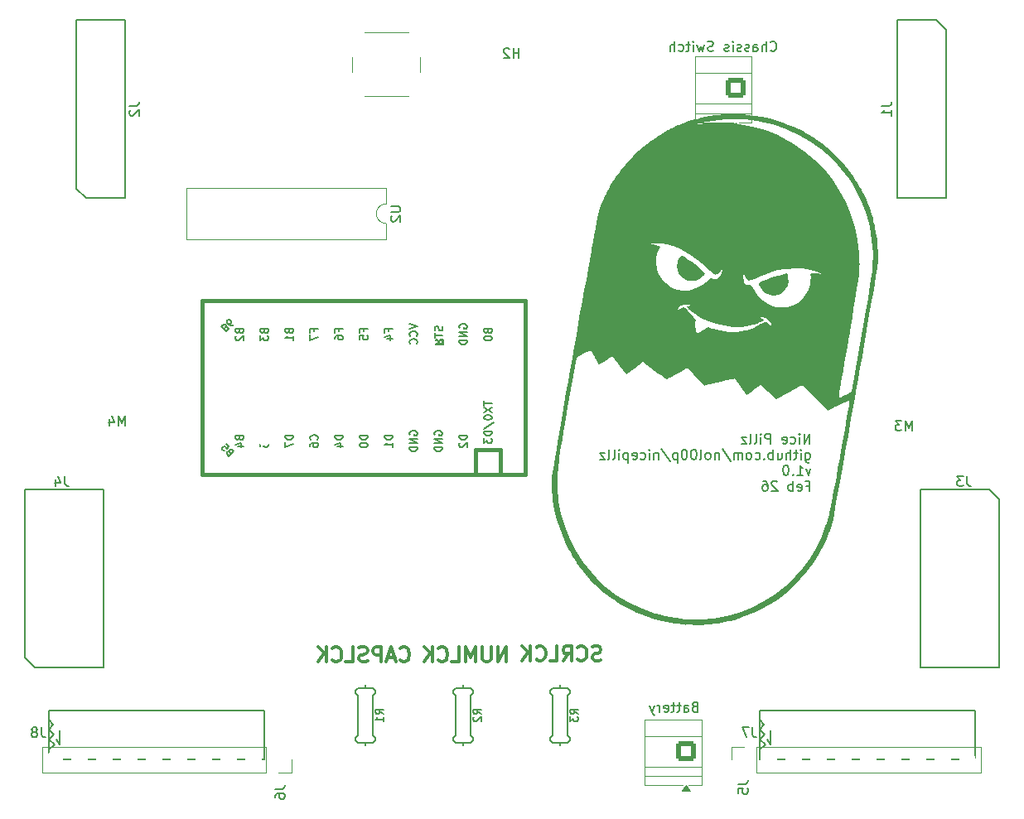
<source format=gbo>
G04 #@! TF.GenerationSoftware,KiCad,Pcbnew,9.0.7*
G04 #@! TF.CreationDate,2026-02-20T16:37:27+01:00*
G04 #@! TF.ProjectId,nice_pillz,6e696365-5f70-4696-9c6c-7a2e6b696361,rev?*
G04 #@! TF.SameCoordinates,Original*
G04 #@! TF.FileFunction,Legend,Bot*
G04 #@! TF.FilePolarity,Positive*
%FSLAX46Y46*%
G04 Gerber Fmt 4.6, Leading zero omitted, Abs format (unit mm)*
G04 Created by KiCad (PCBNEW 9.0.7) date 2026-02-20 16:37:27*
%MOMM*%
%LPD*%
G01*
G04 APERTURE LIST*
G04 Aperture macros list*
%AMRoundRect*
0 Rectangle with rounded corners*
0 $1 Rounding radius*
0 $2 $3 $4 $5 $6 $7 $8 $9 X,Y pos of 4 corners*
0 Add a 4 corners polygon primitive as box body*
4,1,4,$2,$3,$4,$5,$6,$7,$8,$9,$2,$3,0*
0 Add four circle primitives for the rounded corners*
1,1,$1+$1,$2,$3*
1,1,$1+$1,$4,$5*
1,1,$1+$1,$6,$7*
1,1,$1+$1,$8,$9*
0 Add four rect primitives between the rounded corners*
20,1,$1+$1,$2,$3,$4,$5,0*
20,1,$1+$1,$4,$5,$6,$7,0*
20,1,$1+$1,$6,$7,$8,$9,0*
20,1,$1+$1,$8,$9,$2,$3,0*%
G04 Aperture macros list end*
%ADD10C,0.300000*%
%ADD11C,0.200000*%
%ADD12C,0.150000*%
%ADD13C,0.120000*%
%ADD14C,0.203200*%
%ADD15C,0.127000*%
%ADD16C,0.381000*%
%ADD17C,0.000000*%
%ADD18C,1.752600*%
%ADD19C,1.600000*%
%ADD20R,1.752600X1.752600*%
%ADD21C,2.000000*%
%ADD22R,1.800000X1.800000*%
%ADD23C,1.800000*%
%ADD24C,8.600000*%
%ADD25O,2.000000X1.200000*%
%ADD26C,1.511200*%
%ADD27R,1.700000X1.700000*%
%ADD28O,1.700000X1.700000*%
%ADD29C,6.500000*%
%ADD30O,4.750000X2.250000*%
%ADD31R,1.200000X1.500000*%
%ADD32C,1.638200*%
%ADD33RoundRect,0.250000X0.750000X0.750000X-0.750000X0.750000X-0.750000X-0.750000X0.750000X-0.750000X0*%
%ADD34R,1.600000X1.600000*%
%ADD35O,1.600000X1.600000*%
G04 APERTURE END LIST*
D10*
X149478572Y-118988328D02*
X149478572Y-117488328D01*
X149478572Y-117488328D02*
X148621429Y-118988328D01*
X148621429Y-118988328D02*
X148621429Y-117488328D01*
X147907143Y-117488328D02*
X147907143Y-118702614D01*
X147907143Y-118702614D02*
X147835714Y-118845471D01*
X147835714Y-118845471D02*
X147764286Y-118916900D01*
X147764286Y-118916900D02*
X147621428Y-118988328D01*
X147621428Y-118988328D02*
X147335714Y-118988328D01*
X147335714Y-118988328D02*
X147192857Y-118916900D01*
X147192857Y-118916900D02*
X147121428Y-118845471D01*
X147121428Y-118845471D02*
X147050000Y-118702614D01*
X147050000Y-118702614D02*
X147050000Y-117488328D01*
X146335714Y-118988328D02*
X146335714Y-117488328D01*
X146335714Y-117488328D02*
X145835714Y-118559757D01*
X145835714Y-118559757D02*
X145335714Y-117488328D01*
X145335714Y-117488328D02*
X145335714Y-118988328D01*
X143907142Y-118988328D02*
X144621428Y-118988328D01*
X144621428Y-118988328D02*
X144621428Y-117488328D01*
X142549999Y-118845471D02*
X142621427Y-118916900D01*
X142621427Y-118916900D02*
X142835713Y-118988328D01*
X142835713Y-118988328D02*
X142978570Y-118988328D01*
X142978570Y-118988328D02*
X143192856Y-118916900D01*
X143192856Y-118916900D02*
X143335713Y-118774042D01*
X143335713Y-118774042D02*
X143407142Y-118631185D01*
X143407142Y-118631185D02*
X143478570Y-118345471D01*
X143478570Y-118345471D02*
X143478570Y-118131185D01*
X143478570Y-118131185D02*
X143407142Y-117845471D01*
X143407142Y-117845471D02*
X143335713Y-117702614D01*
X143335713Y-117702614D02*
X143192856Y-117559757D01*
X143192856Y-117559757D02*
X142978570Y-117488328D01*
X142978570Y-117488328D02*
X142835713Y-117488328D01*
X142835713Y-117488328D02*
X142621427Y-117559757D01*
X142621427Y-117559757D02*
X142549999Y-117631185D01*
X141907142Y-118988328D02*
X141907142Y-117488328D01*
X141049999Y-118988328D02*
X141692856Y-118131185D01*
X141049999Y-117488328D02*
X141907142Y-118345471D01*
X138649999Y-118845471D02*
X138721427Y-118916900D01*
X138721427Y-118916900D02*
X138935713Y-118988328D01*
X138935713Y-118988328D02*
X139078570Y-118988328D01*
X139078570Y-118988328D02*
X139292856Y-118916900D01*
X139292856Y-118916900D02*
X139435713Y-118774042D01*
X139435713Y-118774042D02*
X139507142Y-118631185D01*
X139507142Y-118631185D02*
X139578570Y-118345471D01*
X139578570Y-118345471D02*
X139578570Y-118131185D01*
X139578570Y-118131185D02*
X139507142Y-117845471D01*
X139507142Y-117845471D02*
X139435713Y-117702614D01*
X139435713Y-117702614D02*
X139292856Y-117559757D01*
X139292856Y-117559757D02*
X139078570Y-117488328D01*
X139078570Y-117488328D02*
X138935713Y-117488328D01*
X138935713Y-117488328D02*
X138721427Y-117559757D01*
X138721427Y-117559757D02*
X138649999Y-117631185D01*
X138078570Y-118559757D02*
X137364285Y-118559757D01*
X138221427Y-118988328D02*
X137721427Y-117488328D01*
X137721427Y-117488328D02*
X137221427Y-118988328D01*
X136721428Y-118988328D02*
X136721428Y-117488328D01*
X136721428Y-117488328D02*
X136149999Y-117488328D01*
X136149999Y-117488328D02*
X136007142Y-117559757D01*
X136007142Y-117559757D02*
X135935713Y-117631185D01*
X135935713Y-117631185D02*
X135864285Y-117774042D01*
X135864285Y-117774042D02*
X135864285Y-117988328D01*
X135864285Y-117988328D02*
X135935713Y-118131185D01*
X135935713Y-118131185D02*
X136007142Y-118202614D01*
X136007142Y-118202614D02*
X136149999Y-118274042D01*
X136149999Y-118274042D02*
X136721428Y-118274042D01*
X135292856Y-118916900D02*
X135078571Y-118988328D01*
X135078571Y-118988328D02*
X134721428Y-118988328D01*
X134721428Y-118988328D02*
X134578571Y-118916900D01*
X134578571Y-118916900D02*
X134507142Y-118845471D01*
X134507142Y-118845471D02*
X134435713Y-118702614D01*
X134435713Y-118702614D02*
X134435713Y-118559757D01*
X134435713Y-118559757D02*
X134507142Y-118416900D01*
X134507142Y-118416900D02*
X134578571Y-118345471D01*
X134578571Y-118345471D02*
X134721428Y-118274042D01*
X134721428Y-118274042D02*
X135007142Y-118202614D01*
X135007142Y-118202614D02*
X135149999Y-118131185D01*
X135149999Y-118131185D02*
X135221428Y-118059757D01*
X135221428Y-118059757D02*
X135292856Y-117916900D01*
X135292856Y-117916900D02*
X135292856Y-117774042D01*
X135292856Y-117774042D02*
X135221428Y-117631185D01*
X135221428Y-117631185D02*
X135149999Y-117559757D01*
X135149999Y-117559757D02*
X135007142Y-117488328D01*
X135007142Y-117488328D02*
X134649999Y-117488328D01*
X134649999Y-117488328D02*
X134435713Y-117559757D01*
X133078571Y-118988328D02*
X133792857Y-118988328D01*
X133792857Y-118988328D02*
X133792857Y-117488328D01*
X131721428Y-118845471D02*
X131792856Y-118916900D01*
X131792856Y-118916900D02*
X132007142Y-118988328D01*
X132007142Y-118988328D02*
X132149999Y-118988328D01*
X132149999Y-118988328D02*
X132364285Y-118916900D01*
X132364285Y-118916900D02*
X132507142Y-118774042D01*
X132507142Y-118774042D02*
X132578571Y-118631185D01*
X132578571Y-118631185D02*
X132649999Y-118345471D01*
X132649999Y-118345471D02*
X132649999Y-118131185D01*
X132649999Y-118131185D02*
X132578571Y-117845471D01*
X132578571Y-117845471D02*
X132507142Y-117702614D01*
X132507142Y-117702614D02*
X132364285Y-117559757D01*
X132364285Y-117559757D02*
X132149999Y-117488328D01*
X132149999Y-117488328D02*
X132007142Y-117488328D01*
X132007142Y-117488328D02*
X131792856Y-117559757D01*
X131792856Y-117559757D02*
X131721428Y-117631185D01*
X131078571Y-118988328D02*
X131078571Y-117488328D01*
X130221428Y-118988328D02*
X130864285Y-118131185D01*
X130221428Y-117488328D02*
X131078571Y-118345471D01*
D11*
X180480326Y-96687303D02*
X180480326Y-95687303D01*
X180480326Y-95687303D02*
X179908898Y-96687303D01*
X179908898Y-96687303D02*
X179908898Y-95687303D01*
X179432707Y-96687303D02*
X179432707Y-96020636D01*
X179432707Y-95687303D02*
X179480326Y-95734922D01*
X179480326Y-95734922D02*
X179432707Y-95782541D01*
X179432707Y-95782541D02*
X179385088Y-95734922D01*
X179385088Y-95734922D02*
X179432707Y-95687303D01*
X179432707Y-95687303D02*
X179432707Y-95782541D01*
X178527946Y-96639684D02*
X178623184Y-96687303D01*
X178623184Y-96687303D02*
X178813660Y-96687303D01*
X178813660Y-96687303D02*
X178908898Y-96639684D01*
X178908898Y-96639684D02*
X178956517Y-96592064D01*
X178956517Y-96592064D02*
X179004136Y-96496826D01*
X179004136Y-96496826D02*
X179004136Y-96211112D01*
X179004136Y-96211112D02*
X178956517Y-96115874D01*
X178956517Y-96115874D02*
X178908898Y-96068255D01*
X178908898Y-96068255D02*
X178813660Y-96020636D01*
X178813660Y-96020636D02*
X178623184Y-96020636D01*
X178623184Y-96020636D02*
X178527946Y-96068255D01*
X177718422Y-96639684D02*
X177813660Y-96687303D01*
X177813660Y-96687303D02*
X178004136Y-96687303D01*
X178004136Y-96687303D02*
X178099374Y-96639684D01*
X178099374Y-96639684D02*
X178146993Y-96544445D01*
X178146993Y-96544445D02*
X178146993Y-96163493D01*
X178146993Y-96163493D02*
X178099374Y-96068255D01*
X178099374Y-96068255D02*
X178004136Y-96020636D01*
X178004136Y-96020636D02*
X177813660Y-96020636D01*
X177813660Y-96020636D02*
X177718422Y-96068255D01*
X177718422Y-96068255D02*
X177670803Y-96163493D01*
X177670803Y-96163493D02*
X177670803Y-96258731D01*
X177670803Y-96258731D02*
X178146993Y-96353969D01*
X176480326Y-96687303D02*
X176480326Y-95687303D01*
X176480326Y-95687303D02*
X176099374Y-95687303D01*
X176099374Y-95687303D02*
X176004136Y-95734922D01*
X176004136Y-95734922D02*
X175956517Y-95782541D01*
X175956517Y-95782541D02*
X175908898Y-95877779D01*
X175908898Y-95877779D02*
X175908898Y-96020636D01*
X175908898Y-96020636D02*
X175956517Y-96115874D01*
X175956517Y-96115874D02*
X176004136Y-96163493D01*
X176004136Y-96163493D02*
X176099374Y-96211112D01*
X176099374Y-96211112D02*
X176480326Y-96211112D01*
X175480326Y-96687303D02*
X175480326Y-96020636D01*
X175480326Y-95687303D02*
X175527945Y-95734922D01*
X175527945Y-95734922D02*
X175480326Y-95782541D01*
X175480326Y-95782541D02*
X175432707Y-95734922D01*
X175432707Y-95734922D02*
X175480326Y-95687303D01*
X175480326Y-95687303D02*
X175480326Y-95782541D01*
X174861279Y-96687303D02*
X174956517Y-96639684D01*
X174956517Y-96639684D02*
X175004136Y-96544445D01*
X175004136Y-96544445D02*
X175004136Y-95687303D01*
X174337469Y-96687303D02*
X174432707Y-96639684D01*
X174432707Y-96639684D02*
X174480326Y-96544445D01*
X174480326Y-96544445D02*
X174480326Y-95687303D01*
X174051754Y-96020636D02*
X173527945Y-96020636D01*
X173527945Y-96020636D02*
X174051754Y-96687303D01*
X174051754Y-96687303D02*
X173527945Y-96687303D01*
X180051755Y-97630580D02*
X180051755Y-98440104D01*
X180051755Y-98440104D02*
X180099374Y-98535342D01*
X180099374Y-98535342D02*
X180146993Y-98582961D01*
X180146993Y-98582961D02*
X180242231Y-98630580D01*
X180242231Y-98630580D02*
X180385088Y-98630580D01*
X180385088Y-98630580D02*
X180480326Y-98582961D01*
X180051755Y-98249628D02*
X180146993Y-98297247D01*
X180146993Y-98297247D02*
X180337469Y-98297247D01*
X180337469Y-98297247D02*
X180432707Y-98249628D01*
X180432707Y-98249628D02*
X180480326Y-98202008D01*
X180480326Y-98202008D02*
X180527945Y-98106770D01*
X180527945Y-98106770D02*
X180527945Y-97821056D01*
X180527945Y-97821056D02*
X180480326Y-97725818D01*
X180480326Y-97725818D02*
X180432707Y-97678199D01*
X180432707Y-97678199D02*
X180337469Y-97630580D01*
X180337469Y-97630580D02*
X180146993Y-97630580D01*
X180146993Y-97630580D02*
X180051755Y-97678199D01*
X179575564Y-98297247D02*
X179575564Y-97630580D01*
X179575564Y-97297247D02*
X179623183Y-97344866D01*
X179623183Y-97344866D02*
X179575564Y-97392485D01*
X179575564Y-97392485D02*
X179527945Y-97344866D01*
X179527945Y-97344866D02*
X179575564Y-97297247D01*
X179575564Y-97297247D02*
X179575564Y-97392485D01*
X179242231Y-97630580D02*
X178861279Y-97630580D01*
X179099374Y-97297247D02*
X179099374Y-98154389D01*
X179099374Y-98154389D02*
X179051755Y-98249628D01*
X179051755Y-98249628D02*
X178956517Y-98297247D01*
X178956517Y-98297247D02*
X178861279Y-98297247D01*
X178527945Y-98297247D02*
X178527945Y-97297247D01*
X178099374Y-98297247D02*
X178099374Y-97773437D01*
X178099374Y-97773437D02*
X178146993Y-97678199D01*
X178146993Y-97678199D02*
X178242231Y-97630580D01*
X178242231Y-97630580D02*
X178385088Y-97630580D01*
X178385088Y-97630580D02*
X178480326Y-97678199D01*
X178480326Y-97678199D02*
X178527945Y-97725818D01*
X177194612Y-97630580D02*
X177194612Y-98297247D01*
X177623183Y-97630580D02*
X177623183Y-98154389D01*
X177623183Y-98154389D02*
X177575564Y-98249628D01*
X177575564Y-98249628D02*
X177480326Y-98297247D01*
X177480326Y-98297247D02*
X177337469Y-98297247D01*
X177337469Y-98297247D02*
X177242231Y-98249628D01*
X177242231Y-98249628D02*
X177194612Y-98202008D01*
X176718421Y-98297247D02*
X176718421Y-97297247D01*
X176718421Y-97678199D02*
X176623183Y-97630580D01*
X176623183Y-97630580D02*
X176432707Y-97630580D01*
X176432707Y-97630580D02*
X176337469Y-97678199D01*
X176337469Y-97678199D02*
X176289850Y-97725818D01*
X176289850Y-97725818D02*
X176242231Y-97821056D01*
X176242231Y-97821056D02*
X176242231Y-98106770D01*
X176242231Y-98106770D02*
X176289850Y-98202008D01*
X176289850Y-98202008D02*
X176337469Y-98249628D01*
X176337469Y-98249628D02*
X176432707Y-98297247D01*
X176432707Y-98297247D02*
X176623183Y-98297247D01*
X176623183Y-98297247D02*
X176718421Y-98249628D01*
X175813659Y-98202008D02*
X175766040Y-98249628D01*
X175766040Y-98249628D02*
X175813659Y-98297247D01*
X175813659Y-98297247D02*
X175861278Y-98249628D01*
X175861278Y-98249628D02*
X175813659Y-98202008D01*
X175813659Y-98202008D02*
X175813659Y-98297247D01*
X174908898Y-98249628D02*
X175004136Y-98297247D01*
X175004136Y-98297247D02*
X175194612Y-98297247D01*
X175194612Y-98297247D02*
X175289850Y-98249628D01*
X175289850Y-98249628D02*
X175337469Y-98202008D01*
X175337469Y-98202008D02*
X175385088Y-98106770D01*
X175385088Y-98106770D02*
X175385088Y-97821056D01*
X175385088Y-97821056D02*
X175337469Y-97725818D01*
X175337469Y-97725818D02*
X175289850Y-97678199D01*
X175289850Y-97678199D02*
X175194612Y-97630580D01*
X175194612Y-97630580D02*
X175004136Y-97630580D01*
X175004136Y-97630580D02*
X174908898Y-97678199D01*
X174337469Y-98297247D02*
X174432707Y-98249628D01*
X174432707Y-98249628D02*
X174480326Y-98202008D01*
X174480326Y-98202008D02*
X174527945Y-98106770D01*
X174527945Y-98106770D02*
X174527945Y-97821056D01*
X174527945Y-97821056D02*
X174480326Y-97725818D01*
X174480326Y-97725818D02*
X174432707Y-97678199D01*
X174432707Y-97678199D02*
X174337469Y-97630580D01*
X174337469Y-97630580D02*
X174194612Y-97630580D01*
X174194612Y-97630580D02*
X174099374Y-97678199D01*
X174099374Y-97678199D02*
X174051755Y-97725818D01*
X174051755Y-97725818D02*
X174004136Y-97821056D01*
X174004136Y-97821056D02*
X174004136Y-98106770D01*
X174004136Y-98106770D02*
X174051755Y-98202008D01*
X174051755Y-98202008D02*
X174099374Y-98249628D01*
X174099374Y-98249628D02*
X174194612Y-98297247D01*
X174194612Y-98297247D02*
X174337469Y-98297247D01*
X173575564Y-98297247D02*
X173575564Y-97630580D01*
X173575564Y-97725818D02*
X173527945Y-97678199D01*
X173527945Y-97678199D02*
X173432707Y-97630580D01*
X173432707Y-97630580D02*
X173289850Y-97630580D01*
X173289850Y-97630580D02*
X173194612Y-97678199D01*
X173194612Y-97678199D02*
X173146993Y-97773437D01*
X173146993Y-97773437D02*
X173146993Y-98297247D01*
X173146993Y-97773437D02*
X173099374Y-97678199D01*
X173099374Y-97678199D02*
X173004136Y-97630580D01*
X173004136Y-97630580D02*
X172861279Y-97630580D01*
X172861279Y-97630580D02*
X172766040Y-97678199D01*
X172766040Y-97678199D02*
X172718421Y-97773437D01*
X172718421Y-97773437D02*
X172718421Y-98297247D01*
X171527946Y-97249628D02*
X172385088Y-98535342D01*
X171194612Y-97630580D02*
X171194612Y-98297247D01*
X171194612Y-97725818D02*
X171146993Y-97678199D01*
X171146993Y-97678199D02*
X171051755Y-97630580D01*
X171051755Y-97630580D02*
X170908898Y-97630580D01*
X170908898Y-97630580D02*
X170813660Y-97678199D01*
X170813660Y-97678199D02*
X170766041Y-97773437D01*
X170766041Y-97773437D02*
X170766041Y-98297247D01*
X170146993Y-98297247D02*
X170242231Y-98249628D01*
X170242231Y-98249628D02*
X170289850Y-98202008D01*
X170289850Y-98202008D02*
X170337469Y-98106770D01*
X170337469Y-98106770D02*
X170337469Y-97821056D01*
X170337469Y-97821056D02*
X170289850Y-97725818D01*
X170289850Y-97725818D02*
X170242231Y-97678199D01*
X170242231Y-97678199D02*
X170146993Y-97630580D01*
X170146993Y-97630580D02*
X170004136Y-97630580D01*
X170004136Y-97630580D02*
X169908898Y-97678199D01*
X169908898Y-97678199D02*
X169861279Y-97725818D01*
X169861279Y-97725818D02*
X169813660Y-97821056D01*
X169813660Y-97821056D02*
X169813660Y-98106770D01*
X169813660Y-98106770D02*
X169861279Y-98202008D01*
X169861279Y-98202008D02*
X169908898Y-98249628D01*
X169908898Y-98249628D02*
X170004136Y-98297247D01*
X170004136Y-98297247D02*
X170146993Y-98297247D01*
X169242231Y-98297247D02*
X169337469Y-98249628D01*
X169337469Y-98249628D02*
X169385088Y-98154389D01*
X169385088Y-98154389D02*
X169385088Y-97297247D01*
X168670802Y-97297247D02*
X168575564Y-97297247D01*
X168575564Y-97297247D02*
X168480326Y-97344866D01*
X168480326Y-97344866D02*
X168432707Y-97392485D01*
X168432707Y-97392485D02*
X168385088Y-97487723D01*
X168385088Y-97487723D02*
X168337469Y-97678199D01*
X168337469Y-97678199D02*
X168337469Y-97916294D01*
X168337469Y-97916294D02*
X168385088Y-98106770D01*
X168385088Y-98106770D02*
X168432707Y-98202008D01*
X168432707Y-98202008D02*
X168480326Y-98249628D01*
X168480326Y-98249628D02*
X168575564Y-98297247D01*
X168575564Y-98297247D02*
X168670802Y-98297247D01*
X168670802Y-98297247D02*
X168766040Y-98249628D01*
X168766040Y-98249628D02*
X168813659Y-98202008D01*
X168813659Y-98202008D02*
X168861278Y-98106770D01*
X168861278Y-98106770D02*
X168908897Y-97916294D01*
X168908897Y-97916294D02*
X168908897Y-97678199D01*
X168908897Y-97678199D02*
X168861278Y-97487723D01*
X168861278Y-97487723D02*
X168813659Y-97392485D01*
X168813659Y-97392485D02*
X168766040Y-97344866D01*
X168766040Y-97344866D02*
X168670802Y-97297247D01*
X167718421Y-97297247D02*
X167623183Y-97297247D01*
X167623183Y-97297247D02*
X167527945Y-97344866D01*
X167527945Y-97344866D02*
X167480326Y-97392485D01*
X167480326Y-97392485D02*
X167432707Y-97487723D01*
X167432707Y-97487723D02*
X167385088Y-97678199D01*
X167385088Y-97678199D02*
X167385088Y-97916294D01*
X167385088Y-97916294D02*
X167432707Y-98106770D01*
X167432707Y-98106770D02*
X167480326Y-98202008D01*
X167480326Y-98202008D02*
X167527945Y-98249628D01*
X167527945Y-98249628D02*
X167623183Y-98297247D01*
X167623183Y-98297247D02*
X167718421Y-98297247D01*
X167718421Y-98297247D02*
X167813659Y-98249628D01*
X167813659Y-98249628D02*
X167861278Y-98202008D01*
X167861278Y-98202008D02*
X167908897Y-98106770D01*
X167908897Y-98106770D02*
X167956516Y-97916294D01*
X167956516Y-97916294D02*
X167956516Y-97678199D01*
X167956516Y-97678199D02*
X167908897Y-97487723D01*
X167908897Y-97487723D02*
X167861278Y-97392485D01*
X167861278Y-97392485D02*
X167813659Y-97344866D01*
X167813659Y-97344866D02*
X167718421Y-97297247D01*
X166956516Y-97630580D02*
X166956516Y-98630580D01*
X166956516Y-97678199D02*
X166861278Y-97630580D01*
X166861278Y-97630580D02*
X166670802Y-97630580D01*
X166670802Y-97630580D02*
X166575564Y-97678199D01*
X166575564Y-97678199D02*
X166527945Y-97725818D01*
X166527945Y-97725818D02*
X166480326Y-97821056D01*
X166480326Y-97821056D02*
X166480326Y-98106770D01*
X166480326Y-98106770D02*
X166527945Y-98202008D01*
X166527945Y-98202008D02*
X166575564Y-98249628D01*
X166575564Y-98249628D02*
X166670802Y-98297247D01*
X166670802Y-98297247D02*
X166861278Y-98297247D01*
X166861278Y-98297247D02*
X166956516Y-98249628D01*
X165337469Y-97249628D02*
X166194611Y-98535342D01*
X165004135Y-97630580D02*
X165004135Y-98297247D01*
X165004135Y-97725818D02*
X164956516Y-97678199D01*
X164956516Y-97678199D02*
X164861278Y-97630580D01*
X164861278Y-97630580D02*
X164718421Y-97630580D01*
X164718421Y-97630580D02*
X164623183Y-97678199D01*
X164623183Y-97678199D02*
X164575564Y-97773437D01*
X164575564Y-97773437D02*
X164575564Y-98297247D01*
X164099373Y-98297247D02*
X164099373Y-97630580D01*
X164099373Y-97297247D02*
X164146992Y-97344866D01*
X164146992Y-97344866D02*
X164099373Y-97392485D01*
X164099373Y-97392485D02*
X164051754Y-97344866D01*
X164051754Y-97344866D02*
X164099373Y-97297247D01*
X164099373Y-97297247D02*
X164099373Y-97392485D01*
X163194612Y-98249628D02*
X163289850Y-98297247D01*
X163289850Y-98297247D02*
X163480326Y-98297247D01*
X163480326Y-98297247D02*
X163575564Y-98249628D01*
X163575564Y-98249628D02*
X163623183Y-98202008D01*
X163623183Y-98202008D02*
X163670802Y-98106770D01*
X163670802Y-98106770D02*
X163670802Y-97821056D01*
X163670802Y-97821056D02*
X163623183Y-97725818D01*
X163623183Y-97725818D02*
X163575564Y-97678199D01*
X163575564Y-97678199D02*
X163480326Y-97630580D01*
X163480326Y-97630580D02*
X163289850Y-97630580D01*
X163289850Y-97630580D02*
X163194612Y-97678199D01*
X162385088Y-98249628D02*
X162480326Y-98297247D01*
X162480326Y-98297247D02*
X162670802Y-98297247D01*
X162670802Y-98297247D02*
X162766040Y-98249628D01*
X162766040Y-98249628D02*
X162813659Y-98154389D01*
X162813659Y-98154389D02*
X162813659Y-97773437D01*
X162813659Y-97773437D02*
X162766040Y-97678199D01*
X162766040Y-97678199D02*
X162670802Y-97630580D01*
X162670802Y-97630580D02*
X162480326Y-97630580D01*
X162480326Y-97630580D02*
X162385088Y-97678199D01*
X162385088Y-97678199D02*
X162337469Y-97773437D01*
X162337469Y-97773437D02*
X162337469Y-97868675D01*
X162337469Y-97868675D02*
X162813659Y-97963913D01*
X161908897Y-97630580D02*
X161908897Y-98630580D01*
X161908897Y-97678199D02*
X161813659Y-97630580D01*
X161813659Y-97630580D02*
X161623183Y-97630580D01*
X161623183Y-97630580D02*
X161527945Y-97678199D01*
X161527945Y-97678199D02*
X161480326Y-97725818D01*
X161480326Y-97725818D02*
X161432707Y-97821056D01*
X161432707Y-97821056D02*
X161432707Y-98106770D01*
X161432707Y-98106770D02*
X161480326Y-98202008D01*
X161480326Y-98202008D02*
X161527945Y-98249628D01*
X161527945Y-98249628D02*
X161623183Y-98297247D01*
X161623183Y-98297247D02*
X161813659Y-98297247D01*
X161813659Y-98297247D02*
X161908897Y-98249628D01*
X161004135Y-98297247D02*
X161004135Y-97630580D01*
X161004135Y-97297247D02*
X161051754Y-97344866D01*
X161051754Y-97344866D02*
X161004135Y-97392485D01*
X161004135Y-97392485D02*
X160956516Y-97344866D01*
X160956516Y-97344866D02*
X161004135Y-97297247D01*
X161004135Y-97297247D02*
X161004135Y-97392485D01*
X160385088Y-98297247D02*
X160480326Y-98249628D01*
X160480326Y-98249628D02*
X160527945Y-98154389D01*
X160527945Y-98154389D02*
X160527945Y-97297247D01*
X159861278Y-98297247D02*
X159956516Y-98249628D01*
X159956516Y-98249628D02*
X160004135Y-98154389D01*
X160004135Y-98154389D02*
X160004135Y-97297247D01*
X159575563Y-97630580D02*
X159051754Y-97630580D01*
X159051754Y-97630580D02*
X159575563Y-98297247D01*
X159575563Y-98297247D02*
X159051754Y-98297247D01*
X180575564Y-99240524D02*
X180337469Y-99907191D01*
X180337469Y-99907191D02*
X180099374Y-99240524D01*
X179194612Y-99907191D02*
X179766040Y-99907191D01*
X179480326Y-99907191D02*
X179480326Y-98907191D01*
X179480326Y-98907191D02*
X179575564Y-99050048D01*
X179575564Y-99050048D02*
X179670802Y-99145286D01*
X179670802Y-99145286D02*
X179766040Y-99192905D01*
X178766040Y-99811952D02*
X178718421Y-99859572D01*
X178718421Y-99859572D02*
X178766040Y-99907191D01*
X178766040Y-99907191D02*
X178813659Y-99859572D01*
X178813659Y-99859572D02*
X178766040Y-99811952D01*
X178766040Y-99811952D02*
X178766040Y-99907191D01*
X178099374Y-98907191D02*
X178004136Y-98907191D01*
X178004136Y-98907191D02*
X177908898Y-98954810D01*
X177908898Y-98954810D02*
X177861279Y-99002429D01*
X177861279Y-99002429D02*
X177813660Y-99097667D01*
X177813660Y-99097667D02*
X177766041Y-99288143D01*
X177766041Y-99288143D02*
X177766041Y-99526238D01*
X177766041Y-99526238D02*
X177813660Y-99716714D01*
X177813660Y-99716714D02*
X177861279Y-99811952D01*
X177861279Y-99811952D02*
X177908898Y-99859572D01*
X177908898Y-99859572D02*
X178004136Y-99907191D01*
X178004136Y-99907191D02*
X178099374Y-99907191D01*
X178099374Y-99907191D02*
X178194612Y-99859572D01*
X178194612Y-99859572D02*
X178242231Y-99811952D01*
X178242231Y-99811952D02*
X178289850Y-99716714D01*
X178289850Y-99716714D02*
X178337469Y-99526238D01*
X178337469Y-99526238D02*
X178337469Y-99288143D01*
X178337469Y-99288143D02*
X178289850Y-99097667D01*
X178289850Y-99097667D02*
X178242231Y-99002429D01*
X178242231Y-99002429D02*
X178194612Y-98954810D01*
X178194612Y-98954810D02*
X178099374Y-98907191D01*
X180146993Y-100993325D02*
X180480326Y-100993325D01*
X180480326Y-101517135D02*
X180480326Y-100517135D01*
X180480326Y-100517135D02*
X180004136Y-100517135D01*
X179242231Y-101469516D02*
X179337469Y-101517135D01*
X179337469Y-101517135D02*
X179527945Y-101517135D01*
X179527945Y-101517135D02*
X179623183Y-101469516D01*
X179623183Y-101469516D02*
X179670802Y-101374277D01*
X179670802Y-101374277D02*
X179670802Y-100993325D01*
X179670802Y-100993325D02*
X179623183Y-100898087D01*
X179623183Y-100898087D02*
X179527945Y-100850468D01*
X179527945Y-100850468D02*
X179337469Y-100850468D01*
X179337469Y-100850468D02*
X179242231Y-100898087D01*
X179242231Y-100898087D02*
X179194612Y-100993325D01*
X179194612Y-100993325D02*
X179194612Y-101088563D01*
X179194612Y-101088563D02*
X179670802Y-101183801D01*
X178766040Y-101517135D02*
X178766040Y-100517135D01*
X178766040Y-100898087D02*
X178670802Y-100850468D01*
X178670802Y-100850468D02*
X178480326Y-100850468D01*
X178480326Y-100850468D02*
X178385088Y-100898087D01*
X178385088Y-100898087D02*
X178337469Y-100945706D01*
X178337469Y-100945706D02*
X178289850Y-101040944D01*
X178289850Y-101040944D02*
X178289850Y-101326658D01*
X178289850Y-101326658D02*
X178337469Y-101421896D01*
X178337469Y-101421896D02*
X178385088Y-101469516D01*
X178385088Y-101469516D02*
X178480326Y-101517135D01*
X178480326Y-101517135D02*
X178670802Y-101517135D01*
X178670802Y-101517135D02*
X178766040Y-101469516D01*
X177146992Y-100612373D02*
X177099373Y-100564754D01*
X177099373Y-100564754D02*
X177004135Y-100517135D01*
X177004135Y-100517135D02*
X176766040Y-100517135D01*
X176766040Y-100517135D02*
X176670802Y-100564754D01*
X176670802Y-100564754D02*
X176623183Y-100612373D01*
X176623183Y-100612373D02*
X176575564Y-100707611D01*
X176575564Y-100707611D02*
X176575564Y-100802849D01*
X176575564Y-100802849D02*
X176623183Y-100945706D01*
X176623183Y-100945706D02*
X177194611Y-101517135D01*
X177194611Y-101517135D02*
X176575564Y-101517135D01*
X175718421Y-100517135D02*
X175908897Y-100517135D01*
X175908897Y-100517135D02*
X176004135Y-100564754D01*
X176004135Y-100564754D02*
X176051754Y-100612373D01*
X176051754Y-100612373D02*
X176146992Y-100755230D01*
X176146992Y-100755230D02*
X176194611Y-100945706D01*
X176194611Y-100945706D02*
X176194611Y-101326658D01*
X176194611Y-101326658D02*
X176146992Y-101421896D01*
X176146992Y-101421896D02*
X176099373Y-101469516D01*
X176099373Y-101469516D02*
X176004135Y-101517135D01*
X176004135Y-101517135D02*
X175813659Y-101517135D01*
X175813659Y-101517135D02*
X175718421Y-101469516D01*
X175718421Y-101469516D02*
X175670802Y-101421896D01*
X175670802Y-101421896D02*
X175623183Y-101326658D01*
X175623183Y-101326658D02*
X175623183Y-101088563D01*
X175623183Y-101088563D02*
X175670802Y-100993325D01*
X175670802Y-100993325D02*
X175718421Y-100945706D01*
X175718421Y-100945706D02*
X175813659Y-100898087D01*
X175813659Y-100898087D02*
X176004135Y-100898087D01*
X176004135Y-100898087D02*
X176099373Y-100945706D01*
X176099373Y-100945706D02*
X176146992Y-100993325D01*
X176146992Y-100993325D02*
X176194611Y-101088563D01*
D10*
X159135713Y-118816900D02*
X158921428Y-118888328D01*
X158921428Y-118888328D02*
X158564285Y-118888328D01*
X158564285Y-118888328D02*
X158421428Y-118816900D01*
X158421428Y-118816900D02*
X158349999Y-118745471D01*
X158349999Y-118745471D02*
X158278570Y-118602614D01*
X158278570Y-118602614D02*
X158278570Y-118459757D01*
X158278570Y-118459757D02*
X158349999Y-118316900D01*
X158349999Y-118316900D02*
X158421428Y-118245471D01*
X158421428Y-118245471D02*
X158564285Y-118174042D01*
X158564285Y-118174042D02*
X158849999Y-118102614D01*
X158849999Y-118102614D02*
X158992856Y-118031185D01*
X158992856Y-118031185D02*
X159064285Y-117959757D01*
X159064285Y-117959757D02*
X159135713Y-117816900D01*
X159135713Y-117816900D02*
X159135713Y-117674042D01*
X159135713Y-117674042D02*
X159064285Y-117531185D01*
X159064285Y-117531185D02*
X158992856Y-117459757D01*
X158992856Y-117459757D02*
X158849999Y-117388328D01*
X158849999Y-117388328D02*
X158492856Y-117388328D01*
X158492856Y-117388328D02*
X158278570Y-117459757D01*
X156778571Y-118745471D02*
X156849999Y-118816900D01*
X156849999Y-118816900D02*
X157064285Y-118888328D01*
X157064285Y-118888328D02*
X157207142Y-118888328D01*
X157207142Y-118888328D02*
X157421428Y-118816900D01*
X157421428Y-118816900D02*
X157564285Y-118674042D01*
X157564285Y-118674042D02*
X157635714Y-118531185D01*
X157635714Y-118531185D02*
X157707142Y-118245471D01*
X157707142Y-118245471D02*
X157707142Y-118031185D01*
X157707142Y-118031185D02*
X157635714Y-117745471D01*
X157635714Y-117745471D02*
X157564285Y-117602614D01*
X157564285Y-117602614D02*
X157421428Y-117459757D01*
X157421428Y-117459757D02*
X157207142Y-117388328D01*
X157207142Y-117388328D02*
X157064285Y-117388328D01*
X157064285Y-117388328D02*
X156849999Y-117459757D01*
X156849999Y-117459757D02*
X156778571Y-117531185D01*
X155278571Y-118888328D02*
X155778571Y-118174042D01*
X156135714Y-118888328D02*
X156135714Y-117388328D01*
X156135714Y-117388328D02*
X155564285Y-117388328D01*
X155564285Y-117388328D02*
X155421428Y-117459757D01*
X155421428Y-117459757D02*
X155349999Y-117531185D01*
X155349999Y-117531185D02*
X155278571Y-117674042D01*
X155278571Y-117674042D02*
X155278571Y-117888328D01*
X155278571Y-117888328D02*
X155349999Y-118031185D01*
X155349999Y-118031185D02*
X155421428Y-118102614D01*
X155421428Y-118102614D02*
X155564285Y-118174042D01*
X155564285Y-118174042D02*
X156135714Y-118174042D01*
X153921428Y-118888328D02*
X154635714Y-118888328D01*
X154635714Y-118888328D02*
X154635714Y-117388328D01*
X152564285Y-118745471D02*
X152635713Y-118816900D01*
X152635713Y-118816900D02*
X152849999Y-118888328D01*
X152849999Y-118888328D02*
X152992856Y-118888328D01*
X152992856Y-118888328D02*
X153207142Y-118816900D01*
X153207142Y-118816900D02*
X153349999Y-118674042D01*
X153349999Y-118674042D02*
X153421428Y-118531185D01*
X153421428Y-118531185D02*
X153492856Y-118245471D01*
X153492856Y-118245471D02*
X153492856Y-118031185D01*
X153492856Y-118031185D02*
X153421428Y-117745471D01*
X153421428Y-117745471D02*
X153349999Y-117602614D01*
X153349999Y-117602614D02*
X153207142Y-117459757D01*
X153207142Y-117459757D02*
X152992856Y-117388328D01*
X152992856Y-117388328D02*
X152849999Y-117388328D01*
X152849999Y-117388328D02*
X152635713Y-117459757D01*
X152635713Y-117459757D02*
X152564285Y-117531185D01*
X151921428Y-118888328D02*
X151921428Y-117388328D01*
X151064285Y-118888328D02*
X151707142Y-118031185D01*
X151064285Y-117388328D02*
X151921428Y-118245471D01*
D12*
X187854819Y-62166666D02*
X188569104Y-62166666D01*
X188569104Y-62166666D02*
X188711961Y-62119047D01*
X188711961Y-62119047D02*
X188807200Y-62023809D01*
X188807200Y-62023809D02*
X188854819Y-61880952D01*
X188854819Y-61880952D02*
X188854819Y-61785714D01*
X188854819Y-63166666D02*
X188854819Y-62595238D01*
X188854819Y-62880952D02*
X187854819Y-62880952D01*
X187854819Y-62880952D02*
X187997676Y-62785714D01*
X187997676Y-62785714D02*
X188092914Y-62690476D01*
X188092914Y-62690476D02*
X188140533Y-62595238D01*
X110954819Y-62166666D02*
X111669104Y-62166666D01*
X111669104Y-62166666D02*
X111811961Y-62119047D01*
X111811961Y-62119047D02*
X111907200Y-62023809D01*
X111907200Y-62023809D02*
X111954819Y-61880952D01*
X111954819Y-61880952D02*
X111954819Y-61785714D01*
X111050057Y-62595238D02*
X111002438Y-62642857D01*
X111002438Y-62642857D02*
X110954819Y-62738095D01*
X110954819Y-62738095D02*
X110954819Y-62976190D01*
X110954819Y-62976190D02*
X111002438Y-63071428D01*
X111002438Y-63071428D02*
X111050057Y-63119047D01*
X111050057Y-63119047D02*
X111145295Y-63166666D01*
X111145295Y-63166666D02*
X111240533Y-63166666D01*
X111240533Y-63166666D02*
X111383390Y-63119047D01*
X111383390Y-63119047D02*
X111954819Y-62547619D01*
X111954819Y-62547619D02*
X111954819Y-63166666D01*
X196548333Y-100038819D02*
X196548333Y-100753104D01*
X196548333Y-100753104D02*
X196595952Y-100895961D01*
X196595952Y-100895961D02*
X196691190Y-100991200D01*
X196691190Y-100991200D02*
X196834047Y-101038819D01*
X196834047Y-101038819D02*
X196929285Y-101038819D01*
X196167380Y-100038819D02*
X195548333Y-100038819D01*
X195548333Y-100038819D02*
X195881666Y-100419771D01*
X195881666Y-100419771D02*
X195738809Y-100419771D01*
X195738809Y-100419771D02*
X195643571Y-100467390D01*
X195643571Y-100467390D02*
X195595952Y-100515009D01*
X195595952Y-100515009D02*
X195548333Y-100610247D01*
X195548333Y-100610247D02*
X195548333Y-100848342D01*
X195548333Y-100848342D02*
X195595952Y-100943580D01*
X195595952Y-100943580D02*
X195643571Y-100991200D01*
X195643571Y-100991200D02*
X195738809Y-101038819D01*
X195738809Y-101038819D02*
X196024523Y-101038819D01*
X196024523Y-101038819D02*
X196119761Y-100991200D01*
X196119761Y-100991200D02*
X196167380Y-100943580D01*
X104346333Y-100038819D02*
X104346333Y-100753104D01*
X104346333Y-100753104D02*
X104393952Y-100895961D01*
X104393952Y-100895961D02*
X104489190Y-100991200D01*
X104489190Y-100991200D02*
X104632047Y-101038819D01*
X104632047Y-101038819D02*
X104727285Y-101038819D01*
X103441571Y-100372152D02*
X103441571Y-101038819D01*
X103679666Y-99991200D02*
X103917761Y-100705485D01*
X103917761Y-100705485D02*
X103298714Y-100705485D01*
X173190819Y-131492666D02*
X173905104Y-131492666D01*
X173905104Y-131492666D02*
X174047961Y-131445047D01*
X174047961Y-131445047D02*
X174143200Y-131349809D01*
X174143200Y-131349809D02*
X174190819Y-131206952D01*
X174190819Y-131206952D02*
X174190819Y-131111714D01*
X173190819Y-132445047D02*
X173190819Y-131968857D01*
X173190819Y-131968857D02*
X173667009Y-131921238D01*
X173667009Y-131921238D02*
X173619390Y-131968857D01*
X173619390Y-131968857D02*
X173571771Y-132064095D01*
X173571771Y-132064095D02*
X173571771Y-132302190D01*
X173571771Y-132302190D02*
X173619390Y-132397428D01*
X173619390Y-132397428D02*
X173667009Y-132445047D01*
X173667009Y-132445047D02*
X173762247Y-132492666D01*
X173762247Y-132492666D02*
X174000342Y-132492666D01*
X174000342Y-132492666D02*
X174095580Y-132445047D01*
X174095580Y-132445047D02*
X174143200Y-132397428D01*
X174143200Y-132397428D02*
X174190819Y-132302190D01*
X174190819Y-132302190D02*
X174190819Y-132064095D01*
X174190819Y-132064095D02*
X174143200Y-131968857D01*
X174143200Y-131968857D02*
X174095580Y-131921238D01*
X125854819Y-132000666D02*
X126569104Y-132000666D01*
X126569104Y-132000666D02*
X126711961Y-131953047D01*
X126711961Y-131953047D02*
X126807200Y-131857809D01*
X126807200Y-131857809D02*
X126854819Y-131714952D01*
X126854819Y-131714952D02*
X126854819Y-131619714D01*
X125854819Y-132905428D02*
X125854819Y-132714952D01*
X125854819Y-132714952D02*
X125902438Y-132619714D01*
X125902438Y-132619714D02*
X125950057Y-132572095D01*
X125950057Y-132572095D02*
X126092914Y-132476857D01*
X126092914Y-132476857D02*
X126283390Y-132429238D01*
X126283390Y-132429238D02*
X126664342Y-132429238D01*
X126664342Y-132429238D02*
X126759580Y-132476857D01*
X126759580Y-132476857D02*
X126807200Y-132524476D01*
X126807200Y-132524476D02*
X126854819Y-132619714D01*
X126854819Y-132619714D02*
X126854819Y-132810190D01*
X126854819Y-132810190D02*
X126807200Y-132905428D01*
X126807200Y-132905428D02*
X126759580Y-132953047D01*
X126759580Y-132953047D02*
X126664342Y-133000666D01*
X126664342Y-133000666D02*
X126426247Y-133000666D01*
X126426247Y-133000666D02*
X126331009Y-132953047D01*
X126331009Y-132953047D02*
X126283390Y-132905428D01*
X126283390Y-132905428D02*
X126235771Y-132810190D01*
X126235771Y-132810190D02*
X126235771Y-132619714D01*
X126235771Y-132619714D02*
X126283390Y-132524476D01*
X126283390Y-132524476D02*
X126331009Y-132476857D01*
X126331009Y-132476857D02*
X126426247Y-132429238D01*
X110509523Y-94854819D02*
X110509523Y-93854819D01*
X110509523Y-93854819D02*
X110176190Y-94569104D01*
X110176190Y-94569104D02*
X109842857Y-93854819D01*
X109842857Y-93854819D02*
X109842857Y-94854819D01*
X108938095Y-94188152D02*
X108938095Y-94854819D01*
X109176190Y-93807200D02*
X109414285Y-94521485D01*
X109414285Y-94521485D02*
X108795238Y-94521485D01*
X190909523Y-95354819D02*
X190909523Y-94354819D01*
X190909523Y-94354819D02*
X190576190Y-95069104D01*
X190576190Y-95069104D02*
X190242857Y-94354819D01*
X190242857Y-94354819D02*
X190242857Y-95354819D01*
X189861904Y-94354819D02*
X189242857Y-94354819D01*
X189242857Y-94354819D02*
X189576190Y-94735771D01*
X189576190Y-94735771D02*
X189433333Y-94735771D01*
X189433333Y-94735771D02*
X189338095Y-94783390D01*
X189338095Y-94783390D02*
X189290476Y-94831009D01*
X189290476Y-94831009D02*
X189242857Y-94926247D01*
X189242857Y-94926247D02*
X189242857Y-95164342D01*
X189242857Y-95164342D02*
X189290476Y-95259580D01*
X189290476Y-95259580D02*
X189338095Y-95307200D01*
X189338095Y-95307200D02*
X189433333Y-95354819D01*
X189433333Y-95354819D02*
X189719047Y-95354819D01*
X189719047Y-95354819D02*
X189814285Y-95307200D01*
X189814285Y-95307200D02*
X189861904Y-95259580D01*
X156802295Y-124341267D02*
X156421342Y-124074600D01*
X156802295Y-123884124D02*
X156002295Y-123884124D01*
X156002295Y-123884124D02*
X156002295Y-124188886D01*
X156002295Y-124188886D02*
X156040390Y-124265076D01*
X156040390Y-124265076D02*
X156078485Y-124303171D01*
X156078485Y-124303171D02*
X156154676Y-124341267D01*
X156154676Y-124341267D02*
X156268961Y-124341267D01*
X156268961Y-124341267D02*
X156345152Y-124303171D01*
X156345152Y-124303171D02*
X156383247Y-124265076D01*
X156383247Y-124265076D02*
X156421342Y-124188886D01*
X156421342Y-124188886D02*
X156421342Y-123884124D01*
X156002295Y-124607933D02*
X156002295Y-125103171D01*
X156002295Y-125103171D02*
X156307057Y-124836505D01*
X156307057Y-124836505D02*
X156307057Y-124950790D01*
X156307057Y-124950790D02*
X156345152Y-125026981D01*
X156345152Y-125026981D02*
X156383247Y-125065076D01*
X156383247Y-125065076D02*
X156459438Y-125103171D01*
X156459438Y-125103171D02*
X156649914Y-125103171D01*
X156649914Y-125103171D02*
X156726104Y-125065076D01*
X156726104Y-125065076D02*
X156764200Y-125026981D01*
X156764200Y-125026981D02*
X156802295Y-124950790D01*
X156802295Y-124950790D02*
X156802295Y-124722219D01*
X156802295Y-124722219D02*
X156764200Y-124646028D01*
X156764200Y-124646028D02*
X156726104Y-124607933D01*
X174619160Y-125713819D02*
X174619160Y-126428104D01*
X174619160Y-126428104D02*
X174666779Y-126570961D01*
X174666779Y-126570961D02*
X174762017Y-126666200D01*
X174762017Y-126666200D02*
X174904874Y-126713819D01*
X174904874Y-126713819D02*
X175000112Y-126713819D01*
X174238207Y-125713819D02*
X173571541Y-125713819D01*
X173571541Y-125713819D02*
X174000112Y-126713819D01*
X101975160Y-125713819D02*
X101975160Y-126428104D01*
X101975160Y-126428104D02*
X102022779Y-126570961D01*
X102022779Y-126570961D02*
X102118017Y-126666200D01*
X102118017Y-126666200D02*
X102260874Y-126713819D01*
X102260874Y-126713819D02*
X102356112Y-126713819D01*
X101356112Y-126142390D02*
X101451350Y-126094771D01*
X101451350Y-126094771D02*
X101498969Y-126047152D01*
X101498969Y-126047152D02*
X101546588Y-125951914D01*
X101546588Y-125951914D02*
X101546588Y-125904295D01*
X101546588Y-125904295D02*
X101498969Y-125809057D01*
X101498969Y-125809057D02*
X101451350Y-125761438D01*
X101451350Y-125761438D02*
X101356112Y-125713819D01*
X101356112Y-125713819D02*
X101165636Y-125713819D01*
X101165636Y-125713819D02*
X101070398Y-125761438D01*
X101070398Y-125761438D02*
X101022779Y-125809057D01*
X101022779Y-125809057D02*
X100975160Y-125904295D01*
X100975160Y-125904295D02*
X100975160Y-125951914D01*
X100975160Y-125951914D02*
X101022779Y-126047152D01*
X101022779Y-126047152D02*
X101070398Y-126094771D01*
X101070398Y-126094771D02*
X101165636Y-126142390D01*
X101165636Y-126142390D02*
X101356112Y-126142390D01*
X101356112Y-126142390D02*
X101451350Y-126190009D01*
X101451350Y-126190009D02*
X101498969Y-126237628D01*
X101498969Y-126237628D02*
X101546588Y-126332866D01*
X101546588Y-126332866D02*
X101546588Y-126523342D01*
X101546588Y-126523342D02*
X101498969Y-126618580D01*
X101498969Y-126618580D02*
X101451350Y-126666200D01*
X101451350Y-126666200D02*
X101356112Y-126713819D01*
X101356112Y-126713819D02*
X101165636Y-126713819D01*
X101165636Y-126713819D02*
X101070398Y-126666200D01*
X101070398Y-126666200D02*
X101022779Y-126618580D01*
X101022779Y-126618580D02*
X100975160Y-126523342D01*
X100975160Y-126523342D02*
X100975160Y-126332866D01*
X100975160Y-126332866D02*
X101022779Y-126237628D01*
X101022779Y-126237628D02*
X101070398Y-126190009D01*
X101070398Y-126190009D02*
X101165636Y-126142390D01*
X132759795Y-95834274D02*
X131959795Y-95834274D01*
X131959795Y-95834274D02*
X131959795Y-96024750D01*
X131959795Y-96024750D02*
X131997890Y-96139036D01*
X131997890Y-96139036D02*
X132074080Y-96215226D01*
X132074080Y-96215226D02*
X132150271Y-96253321D01*
X132150271Y-96253321D02*
X132302652Y-96291417D01*
X132302652Y-96291417D02*
X132416938Y-96291417D01*
X132416938Y-96291417D02*
X132569319Y-96253321D01*
X132569319Y-96253321D02*
X132645509Y-96215226D01*
X132645509Y-96215226D02*
X132721700Y-96139036D01*
X132721700Y-96139036D02*
X132759795Y-96024750D01*
X132759795Y-96024750D02*
X132759795Y-95834274D01*
X132226461Y-96977131D02*
X132759795Y-96977131D01*
X131921700Y-96786655D02*
X132493128Y-96596178D01*
X132493128Y-96596178D02*
X132493128Y-97091417D01*
X137839795Y-95834274D02*
X137039795Y-95834274D01*
X137039795Y-95834274D02*
X137039795Y-96024750D01*
X137039795Y-96024750D02*
X137077890Y-96139036D01*
X137077890Y-96139036D02*
X137154080Y-96215226D01*
X137154080Y-96215226D02*
X137230271Y-96253321D01*
X137230271Y-96253321D02*
X137382652Y-96291417D01*
X137382652Y-96291417D02*
X137496938Y-96291417D01*
X137496938Y-96291417D02*
X137649319Y-96253321D01*
X137649319Y-96253321D02*
X137725509Y-96215226D01*
X137725509Y-96215226D02*
X137801700Y-96139036D01*
X137801700Y-96139036D02*
X137839795Y-96024750D01*
X137839795Y-96024750D02*
X137839795Y-95834274D01*
X137839795Y-97053321D02*
X137839795Y-96596178D01*
X137839795Y-96824750D02*
X137039795Y-96824750D01*
X137039795Y-96824750D02*
X137154080Y-96748559D01*
X137154080Y-96748559D02*
X137230271Y-96672369D01*
X137230271Y-96672369D02*
X137268366Y-96596178D01*
X142911700Y-84697296D02*
X142949795Y-84811582D01*
X142949795Y-84811582D02*
X142949795Y-85002058D01*
X142949795Y-85002058D02*
X142911700Y-85078249D01*
X142911700Y-85078249D02*
X142873604Y-85116344D01*
X142873604Y-85116344D02*
X142797414Y-85154439D01*
X142797414Y-85154439D02*
X142721223Y-85154439D01*
X142721223Y-85154439D02*
X142645033Y-85116344D01*
X142645033Y-85116344D02*
X142606938Y-85078249D01*
X142606938Y-85078249D02*
X142568842Y-85002058D01*
X142568842Y-85002058D02*
X142530747Y-84849677D01*
X142530747Y-84849677D02*
X142492652Y-84773487D01*
X142492652Y-84773487D02*
X142454557Y-84735392D01*
X142454557Y-84735392D02*
X142378366Y-84697296D01*
X142378366Y-84697296D02*
X142302176Y-84697296D01*
X142302176Y-84697296D02*
X142225985Y-84735392D01*
X142225985Y-84735392D02*
X142187890Y-84773487D01*
X142187890Y-84773487D02*
X142149795Y-84849677D01*
X142149795Y-84849677D02*
X142149795Y-85040154D01*
X142149795Y-85040154D02*
X142187890Y-85154439D01*
X142149795Y-85383011D02*
X142149795Y-85840154D01*
X142949795Y-85611582D02*
X142149795Y-85611582D01*
X142157890Y-95815226D02*
X142119795Y-95739036D01*
X142119795Y-95739036D02*
X142119795Y-95624750D01*
X142119795Y-95624750D02*
X142157890Y-95510464D01*
X142157890Y-95510464D02*
X142234080Y-95434274D01*
X142234080Y-95434274D02*
X142310271Y-95396179D01*
X142310271Y-95396179D02*
X142462652Y-95358083D01*
X142462652Y-95358083D02*
X142576938Y-95358083D01*
X142576938Y-95358083D02*
X142729319Y-95396179D01*
X142729319Y-95396179D02*
X142805509Y-95434274D01*
X142805509Y-95434274D02*
X142881700Y-95510464D01*
X142881700Y-95510464D02*
X142919795Y-95624750D01*
X142919795Y-95624750D02*
X142919795Y-95700941D01*
X142919795Y-95700941D02*
X142881700Y-95815226D01*
X142881700Y-95815226D02*
X142843604Y-95853322D01*
X142843604Y-95853322D02*
X142576938Y-95853322D01*
X142576938Y-95853322D02*
X142576938Y-95700941D01*
X142919795Y-96196179D02*
X142119795Y-96196179D01*
X142119795Y-96196179D02*
X142919795Y-96653322D01*
X142919795Y-96653322D02*
X142119795Y-96653322D01*
X142919795Y-97034274D02*
X142119795Y-97034274D01*
X142119795Y-97034274D02*
X142119795Y-97224750D01*
X142119795Y-97224750D02*
X142157890Y-97339036D01*
X142157890Y-97339036D02*
X142234080Y-97415226D01*
X142234080Y-97415226D02*
X142310271Y-97453321D01*
X142310271Y-97453321D02*
X142462652Y-97491417D01*
X142462652Y-97491417D02*
X142576938Y-97491417D01*
X142576938Y-97491417D02*
X142729319Y-97453321D01*
X142729319Y-97453321D02*
X142805509Y-97415226D01*
X142805509Y-97415226D02*
X142881700Y-97339036D01*
X142881700Y-97339036D02*
X142919795Y-97224750D01*
X142919795Y-97224750D02*
X142919795Y-97034274D01*
X144697890Y-84893226D02*
X144659795Y-84817036D01*
X144659795Y-84817036D02*
X144659795Y-84702750D01*
X144659795Y-84702750D02*
X144697890Y-84588464D01*
X144697890Y-84588464D02*
X144774080Y-84512274D01*
X144774080Y-84512274D02*
X144850271Y-84474179D01*
X144850271Y-84474179D02*
X145002652Y-84436083D01*
X145002652Y-84436083D02*
X145116938Y-84436083D01*
X145116938Y-84436083D02*
X145269319Y-84474179D01*
X145269319Y-84474179D02*
X145345509Y-84512274D01*
X145345509Y-84512274D02*
X145421700Y-84588464D01*
X145421700Y-84588464D02*
X145459795Y-84702750D01*
X145459795Y-84702750D02*
X145459795Y-84778941D01*
X145459795Y-84778941D02*
X145421700Y-84893226D01*
X145421700Y-84893226D02*
X145383604Y-84931322D01*
X145383604Y-84931322D02*
X145116938Y-84931322D01*
X145116938Y-84931322D02*
X145116938Y-84778941D01*
X145459795Y-85274179D02*
X144659795Y-85274179D01*
X144659795Y-85274179D02*
X145459795Y-85731322D01*
X145459795Y-85731322D02*
X144659795Y-85731322D01*
X145459795Y-86112274D02*
X144659795Y-86112274D01*
X144659795Y-86112274D02*
X144659795Y-86302750D01*
X144659795Y-86302750D02*
X144697890Y-86417036D01*
X144697890Y-86417036D02*
X144774080Y-86493226D01*
X144774080Y-86493226D02*
X144850271Y-86531321D01*
X144850271Y-86531321D02*
X145002652Y-86569417D01*
X145002652Y-86569417D02*
X145116938Y-86569417D01*
X145116938Y-86569417D02*
X145269319Y-86531321D01*
X145269319Y-86531321D02*
X145345509Y-86493226D01*
X145345509Y-86493226D02*
X145421700Y-86417036D01*
X145421700Y-86417036D02*
X145459795Y-86302750D01*
X145459795Y-86302750D02*
X145459795Y-86112274D01*
X129800747Y-85236083D02*
X129800747Y-84969417D01*
X130219795Y-84969417D02*
X129419795Y-84969417D01*
X129419795Y-84969417D02*
X129419795Y-85350369D01*
X129419795Y-85578940D02*
X129419795Y-86112274D01*
X129419795Y-86112274D02*
X130219795Y-85769416D01*
X122180747Y-85178940D02*
X122218842Y-85293226D01*
X122218842Y-85293226D02*
X122256938Y-85331321D01*
X122256938Y-85331321D02*
X122333128Y-85369417D01*
X122333128Y-85369417D02*
X122447414Y-85369417D01*
X122447414Y-85369417D02*
X122523604Y-85331321D01*
X122523604Y-85331321D02*
X122561700Y-85293226D01*
X122561700Y-85293226D02*
X122599795Y-85217036D01*
X122599795Y-85217036D02*
X122599795Y-84912274D01*
X122599795Y-84912274D02*
X121799795Y-84912274D01*
X121799795Y-84912274D02*
X121799795Y-85178940D01*
X121799795Y-85178940D02*
X121837890Y-85255131D01*
X121837890Y-85255131D02*
X121875985Y-85293226D01*
X121875985Y-85293226D02*
X121952176Y-85331321D01*
X121952176Y-85331321D02*
X122028366Y-85331321D01*
X122028366Y-85331321D02*
X122104557Y-85293226D01*
X122104557Y-85293226D02*
X122142652Y-85255131D01*
X122142652Y-85255131D02*
X122180747Y-85178940D01*
X122180747Y-85178940D02*
X122180747Y-84912274D01*
X121875985Y-85674178D02*
X121837890Y-85712274D01*
X121837890Y-85712274D02*
X121799795Y-85788464D01*
X121799795Y-85788464D02*
X121799795Y-85978940D01*
X121799795Y-85978940D02*
X121837890Y-86055131D01*
X121837890Y-86055131D02*
X121875985Y-86093226D01*
X121875985Y-86093226D02*
X121952176Y-86131321D01*
X121952176Y-86131321D02*
X122028366Y-86131321D01*
X122028366Y-86131321D02*
X122142652Y-86093226D01*
X122142652Y-86093226D02*
X122599795Y-85636083D01*
X122599795Y-85636083D02*
X122599795Y-86131321D01*
X127260747Y-85178940D02*
X127298842Y-85293226D01*
X127298842Y-85293226D02*
X127336938Y-85331321D01*
X127336938Y-85331321D02*
X127413128Y-85369417D01*
X127413128Y-85369417D02*
X127527414Y-85369417D01*
X127527414Y-85369417D02*
X127603604Y-85331321D01*
X127603604Y-85331321D02*
X127641700Y-85293226D01*
X127641700Y-85293226D02*
X127679795Y-85217036D01*
X127679795Y-85217036D02*
X127679795Y-84912274D01*
X127679795Y-84912274D02*
X126879795Y-84912274D01*
X126879795Y-84912274D02*
X126879795Y-85178940D01*
X126879795Y-85178940D02*
X126917890Y-85255131D01*
X126917890Y-85255131D02*
X126955985Y-85293226D01*
X126955985Y-85293226D02*
X127032176Y-85331321D01*
X127032176Y-85331321D02*
X127108366Y-85331321D01*
X127108366Y-85331321D02*
X127184557Y-85293226D01*
X127184557Y-85293226D02*
X127222652Y-85255131D01*
X127222652Y-85255131D02*
X127260747Y-85178940D01*
X127260747Y-85178940D02*
X127260747Y-84912274D01*
X127679795Y-86131321D02*
X127679795Y-85674178D01*
X127679795Y-85902750D02*
X126879795Y-85902750D01*
X126879795Y-85902750D02*
X126994080Y-85826559D01*
X126994080Y-85826559D02*
X127070271Y-85750369D01*
X127070271Y-85750369D02*
X127108366Y-85674178D01*
X139617890Y-95815226D02*
X139579795Y-95739036D01*
X139579795Y-95739036D02*
X139579795Y-95624750D01*
X139579795Y-95624750D02*
X139617890Y-95510464D01*
X139617890Y-95510464D02*
X139694080Y-95434274D01*
X139694080Y-95434274D02*
X139770271Y-95396179D01*
X139770271Y-95396179D02*
X139922652Y-95358083D01*
X139922652Y-95358083D02*
X140036938Y-95358083D01*
X140036938Y-95358083D02*
X140189319Y-95396179D01*
X140189319Y-95396179D02*
X140265509Y-95434274D01*
X140265509Y-95434274D02*
X140341700Y-95510464D01*
X140341700Y-95510464D02*
X140379795Y-95624750D01*
X140379795Y-95624750D02*
X140379795Y-95700941D01*
X140379795Y-95700941D02*
X140341700Y-95815226D01*
X140341700Y-95815226D02*
X140303604Y-95853322D01*
X140303604Y-95853322D02*
X140036938Y-95853322D01*
X140036938Y-95853322D02*
X140036938Y-95700941D01*
X140379795Y-96196179D02*
X139579795Y-96196179D01*
X139579795Y-96196179D02*
X140379795Y-96653322D01*
X140379795Y-96653322D02*
X139579795Y-96653322D01*
X140379795Y-97034274D02*
X139579795Y-97034274D01*
X139579795Y-97034274D02*
X139579795Y-97224750D01*
X139579795Y-97224750D02*
X139617890Y-97339036D01*
X139617890Y-97339036D02*
X139694080Y-97415226D01*
X139694080Y-97415226D02*
X139770271Y-97453321D01*
X139770271Y-97453321D02*
X139922652Y-97491417D01*
X139922652Y-97491417D02*
X140036938Y-97491417D01*
X140036938Y-97491417D02*
X140189319Y-97453321D01*
X140189319Y-97453321D02*
X140265509Y-97415226D01*
X140265509Y-97415226D02*
X140341700Y-97339036D01*
X140341700Y-97339036D02*
X140379795Y-97224750D01*
X140379795Y-97224750D02*
X140379795Y-97034274D01*
X135299795Y-95834274D02*
X134499795Y-95834274D01*
X134499795Y-95834274D02*
X134499795Y-96024750D01*
X134499795Y-96024750D02*
X134537890Y-96139036D01*
X134537890Y-96139036D02*
X134614080Y-96215226D01*
X134614080Y-96215226D02*
X134690271Y-96253321D01*
X134690271Y-96253321D02*
X134842652Y-96291417D01*
X134842652Y-96291417D02*
X134956938Y-96291417D01*
X134956938Y-96291417D02*
X135109319Y-96253321D01*
X135109319Y-96253321D02*
X135185509Y-96215226D01*
X135185509Y-96215226D02*
X135261700Y-96139036D01*
X135261700Y-96139036D02*
X135299795Y-96024750D01*
X135299795Y-96024750D02*
X135299795Y-95834274D01*
X134499795Y-96786655D02*
X134499795Y-96862845D01*
X134499795Y-96862845D02*
X134537890Y-96939036D01*
X134537890Y-96939036D02*
X134575985Y-96977131D01*
X134575985Y-96977131D02*
X134652176Y-97015226D01*
X134652176Y-97015226D02*
X134804557Y-97053321D01*
X134804557Y-97053321D02*
X134995033Y-97053321D01*
X134995033Y-97053321D02*
X135147414Y-97015226D01*
X135147414Y-97015226D02*
X135223604Y-96977131D01*
X135223604Y-96977131D02*
X135261700Y-96939036D01*
X135261700Y-96939036D02*
X135299795Y-96862845D01*
X135299795Y-96862845D02*
X135299795Y-96786655D01*
X135299795Y-96786655D02*
X135261700Y-96710464D01*
X135261700Y-96710464D02*
X135223604Y-96672369D01*
X135223604Y-96672369D02*
X135147414Y-96634274D01*
X135147414Y-96634274D02*
X134995033Y-96596178D01*
X134995033Y-96596178D02*
X134804557Y-96596178D01*
X134804557Y-96596178D02*
X134652176Y-96634274D01*
X134652176Y-96634274D02*
X134575985Y-96672369D01*
X134575985Y-96672369D02*
X134537890Y-96710464D01*
X134537890Y-96710464D02*
X134499795Y-96786655D01*
X120802956Y-84799899D02*
X120850096Y-84705618D01*
X120850096Y-84705618D02*
X120850096Y-84658478D01*
X120850096Y-84658478D02*
X120826526Y-84587767D01*
X120826526Y-84587767D02*
X120755816Y-84517057D01*
X120755816Y-84517057D02*
X120685105Y-84493486D01*
X120685105Y-84493486D02*
X120637964Y-84493486D01*
X120637964Y-84493486D02*
X120567254Y-84517057D01*
X120567254Y-84517057D02*
X120378692Y-84705618D01*
X120378692Y-84705618D02*
X120873667Y-85200593D01*
X120873667Y-85200593D02*
X121038658Y-85035602D01*
X121038658Y-85035602D02*
X121062228Y-84964891D01*
X121062228Y-84964891D02*
X121062228Y-84917750D01*
X121062228Y-84917750D02*
X121038658Y-84847040D01*
X121038658Y-84847040D02*
X120991518Y-84799899D01*
X120991518Y-84799899D02*
X120920807Y-84776329D01*
X120920807Y-84776329D02*
X120873667Y-84776329D01*
X120873667Y-84776329D02*
X120802956Y-84799899D01*
X120802956Y-84799899D02*
X120637964Y-84964891D01*
X121580773Y-84493486D02*
X121486493Y-84587767D01*
X121486493Y-84587767D02*
X121415782Y-84611338D01*
X121415782Y-84611338D02*
X121368641Y-84611338D01*
X121368641Y-84611338D02*
X121250790Y-84587767D01*
X121250790Y-84587767D02*
X121132939Y-84517057D01*
X121132939Y-84517057D02*
X120944377Y-84328495D01*
X120944377Y-84328495D02*
X120920807Y-84257784D01*
X120920807Y-84257784D02*
X120920807Y-84210644D01*
X120920807Y-84210644D02*
X120944377Y-84139933D01*
X120944377Y-84139933D02*
X121038658Y-84045652D01*
X121038658Y-84045652D02*
X121109369Y-84022082D01*
X121109369Y-84022082D02*
X121156509Y-84022082D01*
X121156509Y-84022082D02*
X121227220Y-84045652D01*
X121227220Y-84045652D02*
X121345071Y-84163503D01*
X121345071Y-84163503D02*
X121368641Y-84234214D01*
X121368641Y-84234214D02*
X121368641Y-84281354D01*
X121368641Y-84281354D02*
X121345071Y-84352065D01*
X121345071Y-84352065D02*
X121250790Y-84446346D01*
X121250790Y-84446346D02*
X121180080Y-84469916D01*
X121180080Y-84469916D02*
X121132939Y-84469916D01*
X121132939Y-84469916D02*
X121062228Y-84446346D01*
X130143604Y-96291417D02*
X130181700Y-96253321D01*
X130181700Y-96253321D02*
X130219795Y-96139036D01*
X130219795Y-96139036D02*
X130219795Y-96062845D01*
X130219795Y-96062845D02*
X130181700Y-95948559D01*
X130181700Y-95948559D02*
X130105509Y-95872369D01*
X130105509Y-95872369D02*
X130029319Y-95834274D01*
X130029319Y-95834274D02*
X129876938Y-95796178D01*
X129876938Y-95796178D02*
X129762652Y-95796178D01*
X129762652Y-95796178D02*
X129610271Y-95834274D01*
X129610271Y-95834274D02*
X129534080Y-95872369D01*
X129534080Y-95872369D02*
X129457890Y-95948559D01*
X129457890Y-95948559D02*
X129419795Y-96062845D01*
X129419795Y-96062845D02*
X129419795Y-96139036D01*
X129419795Y-96139036D02*
X129457890Y-96253321D01*
X129457890Y-96253321D02*
X129495985Y-96291417D01*
X129419795Y-96977131D02*
X129419795Y-96824750D01*
X129419795Y-96824750D02*
X129457890Y-96748559D01*
X129457890Y-96748559D02*
X129495985Y-96710464D01*
X129495985Y-96710464D02*
X129610271Y-96634274D01*
X129610271Y-96634274D02*
X129762652Y-96596178D01*
X129762652Y-96596178D02*
X130067414Y-96596178D01*
X130067414Y-96596178D02*
X130143604Y-96634274D01*
X130143604Y-96634274D02*
X130181700Y-96672369D01*
X130181700Y-96672369D02*
X130219795Y-96748559D01*
X130219795Y-96748559D02*
X130219795Y-96900940D01*
X130219795Y-96900940D02*
X130181700Y-96977131D01*
X130181700Y-96977131D02*
X130143604Y-97015226D01*
X130143604Y-97015226D02*
X130067414Y-97053321D01*
X130067414Y-97053321D02*
X129876938Y-97053321D01*
X129876938Y-97053321D02*
X129800747Y-97015226D01*
X129800747Y-97015226D02*
X129762652Y-96977131D01*
X129762652Y-96977131D02*
X129724557Y-96900940D01*
X129724557Y-96900940D02*
X129724557Y-96748559D01*
X129724557Y-96748559D02*
X129762652Y-96672369D01*
X129762652Y-96672369D02*
X129800747Y-96634274D01*
X129800747Y-96634274D02*
X129876938Y-96596178D01*
X134880747Y-85236083D02*
X134880747Y-84969417D01*
X135299795Y-84969417D02*
X134499795Y-84969417D01*
X134499795Y-84969417D02*
X134499795Y-85350369D01*
X134499795Y-86036083D02*
X134499795Y-85655131D01*
X134499795Y-85655131D02*
X134880747Y-85617035D01*
X134880747Y-85617035D02*
X134842652Y-85655131D01*
X134842652Y-85655131D02*
X134804557Y-85731321D01*
X134804557Y-85731321D02*
X134804557Y-85921797D01*
X134804557Y-85921797D02*
X134842652Y-85997988D01*
X134842652Y-85997988D02*
X134880747Y-86036083D01*
X134880747Y-86036083D02*
X134956938Y-86074178D01*
X134956938Y-86074178D02*
X135147414Y-86074178D01*
X135147414Y-86074178D02*
X135223604Y-86036083D01*
X135223604Y-86036083D02*
X135261700Y-85997988D01*
X135261700Y-85997988D02*
X135299795Y-85921797D01*
X135299795Y-85921797D02*
X135299795Y-85731321D01*
X135299795Y-85731321D02*
X135261700Y-85655131D01*
X135261700Y-85655131D02*
X135223604Y-85617035D01*
X145459795Y-95834274D02*
X144659795Y-95834274D01*
X144659795Y-95834274D02*
X144659795Y-96024750D01*
X144659795Y-96024750D02*
X144697890Y-96139036D01*
X144697890Y-96139036D02*
X144774080Y-96215226D01*
X144774080Y-96215226D02*
X144850271Y-96253321D01*
X144850271Y-96253321D02*
X145002652Y-96291417D01*
X145002652Y-96291417D02*
X145116938Y-96291417D01*
X145116938Y-96291417D02*
X145269319Y-96253321D01*
X145269319Y-96253321D02*
X145345509Y-96215226D01*
X145345509Y-96215226D02*
X145421700Y-96139036D01*
X145421700Y-96139036D02*
X145459795Y-96024750D01*
X145459795Y-96024750D02*
X145459795Y-95834274D01*
X144735985Y-96596178D02*
X144697890Y-96634274D01*
X144697890Y-96634274D02*
X144659795Y-96710464D01*
X144659795Y-96710464D02*
X144659795Y-96900940D01*
X144659795Y-96900940D02*
X144697890Y-96977131D01*
X144697890Y-96977131D02*
X144735985Y-97015226D01*
X144735985Y-97015226D02*
X144812176Y-97053321D01*
X144812176Y-97053321D02*
X144888366Y-97053321D01*
X144888366Y-97053321D02*
X145002652Y-97015226D01*
X145002652Y-97015226D02*
X145459795Y-96558083D01*
X145459795Y-96558083D02*
X145459795Y-97053321D01*
X139579795Y-84436083D02*
X140379795Y-84702750D01*
X140379795Y-84702750D02*
X139579795Y-84969416D01*
X140303604Y-85693226D02*
X140341700Y-85655130D01*
X140341700Y-85655130D02*
X140379795Y-85540845D01*
X140379795Y-85540845D02*
X140379795Y-85464654D01*
X140379795Y-85464654D02*
X140341700Y-85350368D01*
X140341700Y-85350368D02*
X140265509Y-85274178D01*
X140265509Y-85274178D02*
X140189319Y-85236083D01*
X140189319Y-85236083D02*
X140036938Y-85197987D01*
X140036938Y-85197987D02*
X139922652Y-85197987D01*
X139922652Y-85197987D02*
X139770271Y-85236083D01*
X139770271Y-85236083D02*
X139694080Y-85274178D01*
X139694080Y-85274178D02*
X139617890Y-85350368D01*
X139617890Y-85350368D02*
X139579795Y-85464654D01*
X139579795Y-85464654D02*
X139579795Y-85540845D01*
X139579795Y-85540845D02*
X139617890Y-85655130D01*
X139617890Y-85655130D02*
X139655985Y-85693226D01*
X140303604Y-86493226D02*
X140341700Y-86455130D01*
X140341700Y-86455130D02*
X140379795Y-86340845D01*
X140379795Y-86340845D02*
X140379795Y-86264654D01*
X140379795Y-86264654D02*
X140341700Y-86150368D01*
X140341700Y-86150368D02*
X140265509Y-86074178D01*
X140265509Y-86074178D02*
X140189319Y-86036083D01*
X140189319Y-86036083D02*
X140036938Y-85997987D01*
X140036938Y-85997987D02*
X139922652Y-85997987D01*
X139922652Y-85997987D02*
X139770271Y-86036083D01*
X139770271Y-86036083D02*
X139694080Y-86074178D01*
X139694080Y-86074178D02*
X139617890Y-86150368D01*
X139617890Y-86150368D02*
X139579795Y-86264654D01*
X139579795Y-86264654D02*
X139579795Y-86340845D01*
X139579795Y-86340845D02*
X139617890Y-86455130D01*
X139617890Y-86455130D02*
X139655985Y-86493226D01*
X127679795Y-95834274D02*
X126879795Y-95834274D01*
X126879795Y-95834274D02*
X126879795Y-96024750D01*
X126879795Y-96024750D02*
X126917890Y-96139036D01*
X126917890Y-96139036D02*
X126994080Y-96215226D01*
X126994080Y-96215226D02*
X127070271Y-96253321D01*
X127070271Y-96253321D02*
X127222652Y-96291417D01*
X127222652Y-96291417D02*
X127336938Y-96291417D01*
X127336938Y-96291417D02*
X127489319Y-96253321D01*
X127489319Y-96253321D02*
X127565509Y-96215226D01*
X127565509Y-96215226D02*
X127641700Y-96139036D01*
X127641700Y-96139036D02*
X127679795Y-96024750D01*
X127679795Y-96024750D02*
X127679795Y-95834274D01*
X126879795Y-96558083D02*
X126879795Y-97091417D01*
X126879795Y-97091417D02*
X127679795Y-96748559D01*
X124720747Y-95872369D02*
X124720747Y-96139035D01*
X125139795Y-96253321D02*
X125139795Y-95872369D01*
X125139795Y-95872369D02*
X124339795Y-95872369D01*
X124339795Y-95872369D02*
X124339795Y-96253321D01*
X124339795Y-96939036D02*
X124339795Y-96786655D01*
X124339795Y-96786655D02*
X124377890Y-96710464D01*
X124377890Y-96710464D02*
X124415985Y-96672369D01*
X124415985Y-96672369D02*
X124530271Y-96596179D01*
X124530271Y-96596179D02*
X124682652Y-96558083D01*
X124682652Y-96558083D02*
X124987414Y-96558083D01*
X124987414Y-96558083D02*
X125063604Y-96596179D01*
X125063604Y-96596179D02*
X125101700Y-96634274D01*
X125101700Y-96634274D02*
X125139795Y-96710464D01*
X125139795Y-96710464D02*
X125139795Y-96862845D01*
X125139795Y-96862845D02*
X125101700Y-96939036D01*
X125101700Y-96939036D02*
X125063604Y-96977131D01*
X125063604Y-96977131D02*
X124987414Y-97015226D01*
X124987414Y-97015226D02*
X124796938Y-97015226D01*
X124796938Y-97015226D02*
X124720747Y-96977131D01*
X124720747Y-96977131D02*
X124682652Y-96939036D01*
X124682652Y-96939036D02*
X124644557Y-96862845D01*
X124644557Y-96862845D02*
X124644557Y-96710464D01*
X124644557Y-96710464D02*
X124682652Y-96634274D01*
X124682652Y-96634274D02*
X124720747Y-96596179D01*
X124720747Y-96596179D02*
X124796938Y-96558083D01*
X147580747Y-85178940D02*
X147618842Y-85293226D01*
X147618842Y-85293226D02*
X147656938Y-85331321D01*
X147656938Y-85331321D02*
X147733128Y-85369417D01*
X147733128Y-85369417D02*
X147847414Y-85369417D01*
X147847414Y-85369417D02*
X147923604Y-85331321D01*
X147923604Y-85331321D02*
X147961700Y-85293226D01*
X147961700Y-85293226D02*
X147999795Y-85217036D01*
X147999795Y-85217036D02*
X147999795Y-84912274D01*
X147999795Y-84912274D02*
X147199795Y-84912274D01*
X147199795Y-84912274D02*
X147199795Y-85178940D01*
X147199795Y-85178940D02*
X147237890Y-85255131D01*
X147237890Y-85255131D02*
X147275985Y-85293226D01*
X147275985Y-85293226D02*
X147352176Y-85331321D01*
X147352176Y-85331321D02*
X147428366Y-85331321D01*
X147428366Y-85331321D02*
X147504557Y-85293226D01*
X147504557Y-85293226D02*
X147542652Y-85255131D01*
X147542652Y-85255131D02*
X147580747Y-85178940D01*
X147580747Y-85178940D02*
X147580747Y-84912274D01*
X147199795Y-85864655D02*
X147199795Y-85940845D01*
X147199795Y-85940845D02*
X147237890Y-86017036D01*
X147237890Y-86017036D02*
X147275985Y-86055131D01*
X147275985Y-86055131D02*
X147352176Y-86093226D01*
X147352176Y-86093226D02*
X147504557Y-86131321D01*
X147504557Y-86131321D02*
X147695033Y-86131321D01*
X147695033Y-86131321D02*
X147847414Y-86093226D01*
X147847414Y-86093226D02*
X147923604Y-86055131D01*
X147923604Y-86055131D02*
X147961700Y-86017036D01*
X147961700Y-86017036D02*
X147999795Y-85940845D01*
X147999795Y-85940845D02*
X147999795Y-85864655D01*
X147999795Y-85864655D02*
X147961700Y-85788464D01*
X147961700Y-85788464D02*
X147923604Y-85750369D01*
X147923604Y-85750369D02*
X147847414Y-85712274D01*
X147847414Y-85712274D02*
X147695033Y-85674178D01*
X147695033Y-85674178D02*
X147504557Y-85674178D01*
X147504557Y-85674178D02*
X147352176Y-85712274D01*
X147352176Y-85712274D02*
X147275985Y-85750369D01*
X147275985Y-85750369D02*
X147237890Y-85788464D01*
X147237890Y-85788464D02*
X147199795Y-85864655D01*
X132340747Y-85236083D02*
X132340747Y-84969417D01*
X132759795Y-84969417D02*
X131959795Y-84969417D01*
X131959795Y-84969417D02*
X131959795Y-85350369D01*
X131959795Y-85997988D02*
X131959795Y-85845607D01*
X131959795Y-85845607D02*
X131997890Y-85769416D01*
X131997890Y-85769416D02*
X132035985Y-85731321D01*
X132035985Y-85731321D02*
X132150271Y-85655131D01*
X132150271Y-85655131D02*
X132302652Y-85617035D01*
X132302652Y-85617035D02*
X132607414Y-85617035D01*
X132607414Y-85617035D02*
X132683604Y-85655131D01*
X132683604Y-85655131D02*
X132721700Y-85693226D01*
X132721700Y-85693226D02*
X132759795Y-85769416D01*
X132759795Y-85769416D02*
X132759795Y-85921797D01*
X132759795Y-85921797D02*
X132721700Y-85997988D01*
X132721700Y-85997988D02*
X132683604Y-86036083D01*
X132683604Y-86036083D02*
X132607414Y-86074178D01*
X132607414Y-86074178D02*
X132416938Y-86074178D01*
X132416938Y-86074178D02*
X132340747Y-86036083D01*
X132340747Y-86036083D02*
X132302652Y-85997988D01*
X132302652Y-85997988D02*
X132264557Y-85921797D01*
X132264557Y-85921797D02*
X132264557Y-85769416D01*
X132264557Y-85769416D02*
X132302652Y-85693226D01*
X132302652Y-85693226D02*
X132340747Y-85655131D01*
X132340747Y-85655131D02*
X132416938Y-85617035D01*
X147199795Y-92345145D02*
X147199795Y-92802288D01*
X147999795Y-92573716D02*
X147199795Y-92573716D01*
X147199795Y-92992764D02*
X147999795Y-93526098D01*
X147199795Y-93526098D02*
X147999795Y-92992764D01*
X147199795Y-93983241D02*
X147199795Y-94059431D01*
X147199795Y-94059431D02*
X147237890Y-94135622D01*
X147237890Y-94135622D02*
X147275985Y-94173717D01*
X147275985Y-94173717D02*
X147352176Y-94211812D01*
X147352176Y-94211812D02*
X147504557Y-94249907D01*
X147504557Y-94249907D02*
X147695033Y-94249907D01*
X147695033Y-94249907D02*
X147847414Y-94211812D01*
X147847414Y-94211812D02*
X147923604Y-94173717D01*
X147923604Y-94173717D02*
X147961700Y-94135622D01*
X147961700Y-94135622D02*
X147999795Y-94059431D01*
X147999795Y-94059431D02*
X147999795Y-93983241D01*
X147999795Y-93983241D02*
X147961700Y-93907050D01*
X147961700Y-93907050D02*
X147923604Y-93868955D01*
X147923604Y-93868955D02*
X147847414Y-93830860D01*
X147847414Y-93830860D02*
X147695033Y-93792764D01*
X147695033Y-93792764D02*
X147504557Y-93792764D01*
X147504557Y-93792764D02*
X147352176Y-93830860D01*
X147352176Y-93830860D02*
X147275985Y-93868955D01*
X147275985Y-93868955D02*
X147237890Y-93907050D01*
X147237890Y-93907050D02*
X147199795Y-93983241D01*
X147161700Y-95164193D02*
X148190271Y-94478479D01*
X147999795Y-95430860D02*
X147199795Y-95430860D01*
X147199795Y-95430860D02*
X147199795Y-95621336D01*
X147199795Y-95621336D02*
X147237890Y-95735622D01*
X147237890Y-95735622D02*
X147314080Y-95811812D01*
X147314080Y-95811812D02*
X147390271Y-95849907D01*
X147390271Y-95849907D02*
X147542652Y-95888003D01*
X147542652Y-95888003D02*
X147656938Y-95888003D01*
X147656938Y-95888003D02*
X147809319Y-95849907D01*
X147809319Y-95849907D02*
X147885509Y-95811812D01*
X147885509Y-95811812D02*
X147961700Y-95735622D01*
X147961700Y-95735622D02*
X147999795Y-95621336D01*
X147999795Y-95621336D02*
X147999795Y-95430860D01*
X147199795Y-96154669D02*
X147199795Y-96649907D01*
X147199795Y-96649907D02*
X147504557Y-96383241D01*
X147504557Y-96383241D02*
X147504557Y-96497526D01*
X147504557Y-96497526D02*
X147542652Y-96573717D01*
X147542652Y-96573717D02*
X147580747Y-96611812D01*
X147580747Y-96611812D02*
X147656938Y-96649907D01*
X147656938Y-96649907D02*
X147847414Y-96649907D01*
X147847414Y-96649907D02*
X147923604Y-96611812D01*
X147923604Y-96611812D02*
X147961700Y-96573717D01*
X147961700Y-96573717D02*
X147999795Y-96497526D01*
X147999795Y-96497526D02*
X147999795Y-96268955D01*
X147999795Y-96268955D02*
X147961700Y-96192764D01*
X147961700Y-96192764D02*
X147923604Y-96154669D01*
X124720747Y-85178940D02*
X124758842Y-85293226D01*
X124758842Y-85293226D02*
X124796938Y-85331321D01*
X124796938Y-85331321D02*
X124873128Y-85369417D01*
X124873128Y-85369417D02*
X124987414Y-85369417D01*
X124987414Y-85369417D02*
X125063604Y-85331321D01*
X125063604Y-85331321D02*
X125101700Y-85293226D01*
X125101700Y-85293226D02*
X125139795Y-85217036D01*
X125139795Y-85217036D02*
X125139795Y-84912274D01*
X125139795Y-84912274D02*
X124339795Y-84912274D01*
X124339795Y-84912274D02*
X124339795Y-85178940D01*
X124339795Y-85178940D02*
X124377890Y-85255131D01*
X124377890Y-85255131D02*
X124415985Y-85293226D01*
X124415985Y-85293226D02*
X124492176Y-85331321D01*
X124492176Y-85331321D02*
X124568366Y-85331321D01*
X124568366Y-85331321D02*
X124644557Y-85293226D01*
X124644557Y-85293226D02*
X124682652Y-85255131D01*
X124682652Y-85255131D02*
X124720747Y-85178940D01*
X124720747Y-85178940D02*
X124720747Y-84912274D01*
X124339795Y-85636083D02*
X124339795Y-86131321D01*
X124339795Y-86131321D02*
X124644557Y-85864655D01*
X124644557Y-85864655D02*
X124644557Y-85978940D01*
X124644557Y-85978940D02*
X124682652Y-86055131D01*
X124682652Y-86055131D02*
X124720747Y-86093226D01*
X124720747Y-86093226D02*
X124796938Y-86131321D01*
X124796938Y-86131321D02*
X124987414Y-86131321D01*
X124987414Y-86131321D02*
X125063604Y-86093226D01*
X125063604Y-86093226D02*
X125101700Y-86055131D01*
X125101700Y-86055131D02*
X125139795Y-85978940D01*
X125139795Y-85978940D02*
X125139795Y-85750369D01*
X125139795Y-85750369D02*
X125101700Y-85674178D01*
X125101700Y-85674178D02*
X125063604Y-85636083D01*
X122180747Y-96100940D02*
X122218842Y-96215226D01*
X122218842Y-96215226D02*
X122256938Y-96253321D01*
X122256938Y-96253321D02*
X122333128Y-96291417D01*
X122333128Y-96291417D02*
X122447414Y-96291417D01*
X122447414Y-96291417D02*
X122523604Y-96253321D01*
X122523604Y-96253321D02*
X122561700Y-96215226D01*
X122561700Y-96215226D02*
X122599795Y-96139036D01*
X122599795Y-96139036D02*
X122599795Y-95834274D01*
X122599795Y-95834274D02*
X121799795Y-95834274D01*
X121799795Y-95834274D02*
X121799795Y-96100940D01*
X121799795Y-96100940D02*
X121837890Y-96177131D01*
X121837890Y-96177131D02*
X121875985Y-96215226D01*
X121875985Y-96215226D02*
X121952176Y-96253321D01*
X121952176Y-96253321D02*
X122028366Y-96253321D01*
X122028366Y-96253321D02*
X122104557Y-96215226D01*
X122104557Y-96215226D02*
X122142652Y-96177131D01*
X122142652Y-96177131D02*
X122180747Y-96100940D01*
X122180747Y-96100940D02*
X122180747Y-95834274D01*
X122066461Y-96977131D02*
X122599795Y-96977131D01*
X121761700Y-96786655D02*
X122333128Y-96596178D01*
X122333128Y-96596178D02*
X122333128Y-97091417D01*
X121203649Y-97528293D02*
X121109368Y-97481153D01*
X121109368Y-97481153D02*
X121062228Y-97481153D01*
X121062228Y-97481153D02*
X120991517Y-97504723D01*
X120991517Y-97504723D02*
X120920807Y-97575433D01*
X120920807Y-97575433D02*
X120897236Y-97646144D01*
X120897236Y-97646144D02*
X120897236Y-97693285D01*
X120897236Y-97693285D02*
X120920807Y-97763995D01*
X120920807Y-97763995D02*
X121109368Y-97952557D01*
X121109368Y-97952557D02*
X121604343Y-97457582D01*
X121604343Y-97457582D02*
X121439352Y-97292591D01*
X121439352Y-97292591D02*
X121368641Y-97269021D01*
X121368641Y-97269021D02*
X121321500Y-97269021D01*
X121321500Y-97269021D02*
X121250790Y-97292591D01*
X121250790Y-97292591D02*
X121203649Y-97339731D01*
X121203649Y-97339731D02*
X121180079Y-97410442D01*
X121180079Y-97410442D02*
X121180079Y-97457582D01*
X121180079Y-97457582D02*
X121203649Y-97528293D01*
X121203649Y-97528293D02*
X121368641Y-97693285D01*
X120873666Y-96726905D02*
X121109368Y-96962608D01*
X121109368Y-96962608D02*
X120897236Y-97221880D01*
X120897236Y-97221880D02*
X120897236Y-97174740D01*
X120897236Y-97174740D02*
X120873666Y-97104029D01*
X120873666Y-97104029D02*
X120755815Y-96986178D01*
X120755815Y-96986178D02*
X120685104Y-96962608D01*
X120685104Y-96962608D02*
X120637964Y-96962608D01*
X120637964Y-96962608D02*
X120567253Y-96986178D01*
X120567253Y-96986178D02*
X120449402Y-97104029D01*
X120449402Y-97104029D02*
X120425832Y-97174740D01*
X120425832Y-97174740D02*
X120425832Y-97221880D01*
X120425832Y-97221880D02*
X120449402Y-97292591D01*
X120449402Y-97292591D02*
X120567253Y-97410442D01*
X120567253Y-97410442D02*
X120637964Y-97434012D01*
X120637964Y-97434012D02*
X120685104Y-97434012D01*
X137420747Y-85236083D02*
X137420747Y-84969417D01*
X137839795Y-84969417D02*
X137039795Y-84969417D01*
X137039795Y-84969417D02*
X137039795Y-85350369D01*
X137306461Y-85997988D02*
X137839795Y-85997988D01*
X137001700Y-85807512D02*
X137573128Y-85617035D01*
X137573128Y-85617035D02*
X137573128Y-86112274D01*
X146902295Y-124341267D02*
X146521342Y-124074600D01*
X146902295Y-123884124D02*
X146102295Y-123884124D01*
X146102295Y-123884124D02*
X146102295Y-124188886D01*
X146102295Y-124188886D02*
X146140390Y-124265076D01*
X146140390Y-124265076D02*
X146178485Y-124303171D01*
X146178485Y-124303171D02*
X146254676Y-124341267D01*
X146254676Y-124341267D02*
X146368961Y-124341267D01*
X146368961Y-124341267D02*
X146445152Y-124303171D01*
X146445152Y-124303171D02*
X146483247Y-124265076D01*
X146483247Y-124265076D02*
X146521342Y-124188886D01*
X146521342Y-124188886D02*
X146521342Y-123884124D01*
X146178485Y-124646028D02*
X146140390Y-124684124D01*
X146140390Y-124684124D02*
X146102295Y-124760314D01*
X146102295Y-124760314D02*
X146102295Y-124950790D01*
X146102295Y-124950790D02*
X146140390Y-125026981D01*
X146140390Y-125026981D02*
X146178485Y-125065076D01*
X146178485Y-125065076D02*
X146254676Y-125103171D01*
X146254676Y-125103171D02*
X146330866Y-125103171D01*
X146330866Y-125103171D02*
X146445152Y-125065076D01*
X146445152Y-125065076D02*
X146902295Y-124607933D01*
X146902295Y-124607933D02*
X146902295Y-125103171D01*
X150761904Y-57254819D02*
X150761904Y-56254819D01*
X150761904Y-56731009D02*
X150190476Y-56731009D01*
X150190476Y-57254819D02*
X150190476Y-56254819D01*
X149761904Y-56350057D02*
X149714285Y-56302438D01*
X149714285Y-56302438D02*
X149619047Y-56254819D01*
X149619047Y-56254819D02*
X149380952Y-56254819D01*
X149380952Y-56254819D02*
X149285714Y-56302438D01*
X149285714Y-56302438D02*
X149238095Y-56350057D01*
X149238095Y-56350057D02*
X149190476Y-56445295D01*
X149190476Y-56445295D02*
X149190476Y-56540533D01*
X149190476Y-56540533D02*
X149238095Y-56683390D01*
X149238095Y-56683390D02*
X149809523Y-57254819D01*
X149809523Y-57254819D02*
X149190476Y-57254819D01*
X168721429Y-123588509D02*
X168578572Y-123636128D01*
X168578572Y-123636128D02*
X168530953Y-123683747D01*
X168530953Y-123683747D02*
X168483334Y-123778985D01*
X168483334Y-123778985D02*
X168483334Y-123921842D01*
X168483334Y-123921842D02*
X168530953Y-124017080D01*
X168530953Y-124017080D02*
X168578572Y-124064700D01*
X168578572Y-124064700D02*
X168673810Y-124112319D01*
X168673810Y-124112319D02*
X169054762Y-124112319D01*
X169054762Y-124112319D02*
X169054762Y-123112319D01*
X169054762Y-123112319D02*
X168721429Y-123112319D01*
X168721429Y-123112319D02*
X168626191Y-123159938D01*
X168626191Y-123159938D02*
X168578572Y-123207557D01*
X168578572Y-123207557D02*
X168530953Y-123302795D01*
X168530953Y-123302795D02*
X168530953Y-123398033D01*
X168530953Y-123398033D02*
X168578572Y-123493271D01*
X168578572Y-123493271D02*
X168626191Y-123540890D01*
X168626191Y-123540890D02*
X168721429Y-123588509D01*
X168721429Y-123588509D02*
X169054762Y-123588509D01*
X167626191Y-124112319D02*
X167626191Y-123588509D01*
X167626191Y-123588509D02*
X167673810Y-123493271D01*
X167673810Y-123493271D02*
X167769048Y-123445652D01*
X167769048Y-123445652D02*
X167959524Y-123445652D01*
X167959524Y-123445652D02*
X168054762Y-123493271D01*
X167626191Y-124064700D02*
X167721429Y-124112319D01*
X167721429Y-124112319D02*
X167959524Y-124112319D01*
X167959524Y-124112319D02*
X168054762Y-124064700D01*
X168054762Y-124064700D02*
X168102381Y-123969461D01*
X168102381Y-123969461D02*
X168102381Y-123874223D01*
X168102381Y-123874223D02*
X168054762Y-123778985D01*
X168054762Y-123778985D02*
X167959524Y-123731366D01*
X167959524Y-123731366D02*
X167721429Y-123731366D01*
X167721429Y-123731366D02*
X167626191Y-123683747D01*
X167292857Y-123445652D02*
X166911905Y-123445652D01*
X167150000Y-123112319D02*
X167150000Y-123969461D01*
X167150000Y-123969461D02*
X167102381Y-124064700D01*
X167102381Y-124064700D02*
X167007143Y-124112319D01*
X167007143Y-124112319D02*
X166911905Y-124112319D01*
X166721428Y-123445652D02*
X166340476Y-123445652D01*
X166578571Y-123112319D02*
X166578571Y-123969461D01*
X166578571Y-123969461D02*
X166530952Y-124064700D01*
X166530952Y-124064700D02*
X166435714Y-124112319D01*
X166435714Y-124112319D02*
X166340476Y-124112319D01*
X165626190Y-124064700D02*
X165721428Y-124112319D01*
X165721428Y-124112319D02*
X165911904Y-124112319D01*
X165911904Y-124112319D02*
X166007142Y-124064700D01*
X166007142Y-124064700D02*
X166054761Y-123969461D01*
X166054761Y-123969461D02*
X166054761Y-123588509D01*
X166054761Y-123588509D02*
X166007142Y-123493271D01*
X166007142Y-123493271D02*
X165911904Y-123445652D01*
X165911904Y-123445652D02*
X165721428Y-123445652D01*
X165721428Y-123445652D02*
X165626190Y-123493271D01*
X165626190Y-123493271D02*
X165578571Y-123588509D01*
X165578571Y-123588509D02*
X165578571Y-123683747D01*
X165578571Y-123683747D02*
X166054761Y-123778985D01*
X165149999Y-124112319D02*
X165149999Y-123445652D01*
X165149999Y-123636128D02*
X165102380Y-123540890D01*
X165102380Y-123540890D02*
X165054761Y-123493271D01*
X165054761Y-123493271D02*
X164959523Y-123445652D01*
X164959523Y-123445652D02*
X164864285Y-123445652D01*
X164626189Y-123445652D02*
X164388094Y-124112319D01*
X164149999Y-123445652D02*
X164388094Y-124112319D01*
X164388094Y-124112319D02*
X164483332Y-124350414D01*
X164483332Y-124350414D02*
X164530951Y-124398033D01*
X164530951Y-124398033D02*
X164626189Y-124445652D01*
X176488333Y-56464580D02*
X176535952Y-56512200D01*
X176535952Y-56512200D02*
X176678809Y-56559819D01*
X176678809Y-56559819D02*
X176774047Y-56559819D01*
X176774047Y-56559819D02*
X176916904Y-56512200D01*
X176916904Y-56512200D02*
X177012142Y-56416961D01*
X177012142Y-56416961D02*
X177059761Y-56321723D01*
X177059761Y-56321723D02*
X177107380Y-56131247D01*
X177107380Y-56131247D02*
X177107380Y-55988390D01*
X177107380Y-55988390D02*
X177059761Y-55797914D01*
X177059761Y-55797914D02*
X177012142Y-55702676D01*
X177012142Y-55702676D02*
X176916904Y-55607438D01*
X176916904Y-55607438D02*
X176774047Y-55559819D01*
X176774047Y-55559819D02*
X176678809Y-55559819D01*
X176678809Y-55559819D02*
X176535952Y-55607438D01*
X176535952Y-55607438D02*
X176488333Y-55655057D01*
X176059761Y-56559819D02*
X176059761Y-55559819D01*
X175631190Y-56559819D02*
X175631190Y-56036009D01*
X175631190Y-56036009D02*
X175678809Y-55940771D01*
X175678809Y-55940771D02*
X175774047Y-55893152D01*
X175774047Y-55893152D02*
X175916904Y-55893152D01*
X175916904Y-55893152D02*
X176012142Y-55940771D01*
X176012142Y-55940771D02*
X176059761Y-55988390D01*
X174726428Y-56559819D02*
X174726428Y-56036009D01*
X174726428Y-56036009D02*
X174774047Y-55940771D01*
X174774047Y-55940771D02*
X174869285Y-55893152D01*
X174869285Y-55893152D02*
X175059761Y-55893152D01*
X175059761Y-55893152D02*
X175154999Y-55940771D01*
X174726428Y-56512200D02*
X174821666Y-56559819D01*
X174821666Y-56559819D02*
X175059761Y-56559819D01*
X175059761Y-56559819D02*
X175154999Y-56512200D01*
X175154999Y-56512200D02*
X175202618Y-56416961D01*
X175202618Y-56416961D02*
X175202618Y-56321723D01*
X175202618Y-56321723D02*
X175154999Y-56226485D01*
X175154999Y-56226485D02*
X175059761Y-56178866D01*
X175059761Y-56178866D02*
X174821666Y-56178866D01*
X174821666Y-56178866D02*
X174726428Y-56131247D01*
X174297856Y-56512200D02*
X174202618Y-56559819D01*
X174202618Y-56559819D02*
X174012142Y-56559819D01*
X174012142Y-56559819D02*
X173916904Y-56512200D01*
X173916904Y-56512200D02*
X173869285Y-56416961D01*
X173869285Y-56416961D02*
X173869285Y-56369342D01*
X173869285Y-56369342D02*
X173916904Y-56274104D01*
X173916904Y-56274104D02*
X174012142Y-56226485D01*
X174012142Y-56226485D02*
X174154999Y-56226485D01*
X174154999Y-56226485D02*
X174250237Y-56178866D01*
X174250237Y-56178866D02*
X174297856Y-56083628D01*
X174297856Y-56083628D02*
X174297856Y-56036009D01*
X174297856Y-56036009D02*
X174250237Y-55940771D01*
X174250237Y-55940771D02*
X174154999Y-55893152D01*
X174154999Y-55893152D02*
X174012142Y-55893152D01*
X174012142Y-55893152D02*
X173916904Y-55940771D01*
X173488332Y-56512200D02*
X173393094Y-56559819D01*
X173393094Y-56559819D02*
X173202618Y-56559819D01*
X173202618Y-56559819D02*
X173107380Y-56512200D01*
X173107380Y-56512200D02*
X173059761Y-56416961D01*
X173059761Y-56416961D02*
X173059761Y-56369342D01*
X173059761Y-56369342D02*
X173107380Y-56274104D01*
X173107380Y-56274104D02*
X173202618Y-56226485D01*
X173202618Y-56226485D02*
X173345475Y-56226485D01*
X173345475Y-56226485D02*
X173440713Y-56178866D01*
X173440713Y-56178866D02*
X173488332Y-56083628D01*
X173488332Y-56083628D02*
X173488332Y-56036009D01*
X173488332Y-56036009D02*
X173440713Y-55940771D01*
X173440713Y-55940771D02*
X173345475Y-55893152D01*
X173345475Y-55893152D02*
X173202618Y-55893152D01*
X173202618Y-55893152D02*
X173107380Y-55940771D01*
X172631189Y-56559819D02*
X172631189Y-55893152D01*
X172631189Y-55559819D02*
X172678808Y-55607438D01*
X172678808Y-55607438D02*
X172631189Y-55655057D01*
X172631189Y-55655057D02*
X172583570Y-55607438D01*
X172583570Y-55607438D02*
X172631189Y-55559819D01*
X172631189Y-55559819D02*
X172631189Y-55655057D01*
X172202618Y-56512200D02*
X172107380Y-56559819D01*
X172107380Y-56559819D02*
X171916904Y-56559819D01*
X171916904Y-56559819D02*
X171821666Y-56512200D01*
X171821666Y-56512200D02*
X171774047Y-56416961D01*
X171774047Y-56416961D02*
X171774047Y-56369342D01*
X171774047Y-56369342D02*
X171821666Y-56274104D01*
X171821666Y-56274104D02*
X171916904Y-56226485D01*
X171916904Y-56226485D02*
X172059761Y-56226485D01*
X172059761Y-56226485D02*
X172154999Y-56178866D01*
X172154999Y-56178866D02*
X172202618Y-56083628D01*
X172202618Y-56083628D02*
X172202618Y-56036009D01*
X172202618Y-56036009D02*
X172154999Y-55940771D01*
X172154999Y-55940771D02*
X172059761Y-55893152D01*
X172059761Y-55893152D02*
X171916904Y-55893152D01*
X171916904Y-55893152D02*
X171821666Y-55940771D01*
X170631189Y-56512200D02*
X170488332Y-56559819D01*
X170488332Y-56559819D02*
X170250237Y-56559819D01*
X170250237Y-56559819D02*
X170154999Y-56512200D01*
X170154999Y-56512200D02*
X170107380Y-56464580D01*
X170107380Y-56464580D02*
X170059761Y-56369342D01*
X170059761Y-56369342D02*
X170059761Y-56274104D01*
X170059761Y-56274104D02*
X170107380Y-56178866D01*
X170107380Y-56178866D02*
X170154999Y-56131247D01*
X170154999Y-56131247D02*
X170250237Y-56083628D01*
X170250237Y-56083628D02*
X170440713Y-56036009D01*
X170440713Y-56036009D02*
X170535951Y-55988390D01*
X170535951Y-55988390D02*
X170583570Y-55940771D01*
X170583570Y-55940771D02*
X170631189Y-55845533D01*
X170631189Y-55845533D02*
X170631189Y-55750295D01*
X170631189Y-55750295D02*
X170583570Y-55655057D01*
X170583570Y-55655057D02*
X170535951Y-55607438D01*
X170535951Y-55607438D02*
X170440713Y-55559819D01*
X170440713Y-55559819D02*
X170202618Y-55559819D01*
X170202618Y-55559819D02*
X170059761Y-55607438D01*
X169726427Y-55893152D02*
X169535951Y-56559819D01*
X169535951Y-56559819D02*
X169345475Y-56083628D01*
X169345475Y-56083628D02*
X169154999Y-56559819D01*
X169154999Y-56559819D02*
X168964523Y-55893152D01*
X168583570Y-56559819D02*
X168583570Y-55893152D01*
X168583570Y-55559819D02*
X168631189Y-55607438D01*
X168631189Y-55607438D02*
X168583570Y-55655057D01*
X168583570Y-55655057D02*
X168535951Y-55607438D01*
X168535951Y-55607438D02*
X168583570Y-55559819D01*
X168583570Y-55559819D02*
X168583570Y-55655057D01*
X168250237Y-55893152D02*
X167869285Y-55893152D01*
X168107380Y-55559819D02*
X168107380Y-56416961D01*
X168107380Y-56416961D02*
X168059761Y-56512200D01*
X168059761Y-56512200D02*
X167964523Y-56559819D01*
X167964523Y-56559819D02*
X167869285Y-56559819D01*
X167107380Y-56512200D02*
X167202618Y-56559819D01*
X167202618Y-56559819D02*
X167393094Y-56559819D01*
X167393094Y-56559819D02*
X167488332Y-56512200D01*
X167488332Y-56512200D02*
X167535951Y-56464580D01*
X167535951Y-56464580D02*
X167583570Y-56369342D01*
X167583570Y-56369342D02*
X167583570Y-56083628D01*
X167583570Y-56083628D02*
X167535951Y-55988390D01*
X167535951Y-55988390D02*
X167488332Y-55940771D01*
X167488332Y-55940771D02*
X167393094Y-55893152D01*
X167393094Y-55893152D02*
X167202618Y-55893152D01*
X167202618Y-55893152D02*
X167107380Y-55940771D01*
X166678808Y-56559819D02*
X166678808Y-55559819D01*
X166250237Y-56559819D02*
X166250237Y-56036009D01*
X166250237Y-56036009D02*
X166297856Y-55940771D01*
X166297856Y-55940771D02*
X166393094Y-55893152D01*
X166393094Y-55893152D02*
X166535951Y-55893152D01*
X166535951Y-55893152D02*
X166631189Y-55940771D01*
X166631189Y-55940771D02*
X166678808Y-55988390D01*
D10*
X172331630Y-88490618D02*
X172484720Y-88445082D01*
X172484720Y-88445082D02*
X172695751Y-88482292D01*
X172695751Y-88482292D02*
X172894377Y-88589846D01*
X172894377Y-88589846D02*
X173010257Y-88755339D01*
X173010257Y-88755339D02*
X173055794Y-88908430D01*
X173055794Y-88908430D02*
X173076524Y-89202207D01*
X173076524Y-89202207D02*
X173039313Y-89413237D01*
X173039313Y-89413237D02*
X172919356Y-89682207D01*
X172919356Y-89682207D02*
X172824206Y-89810490D01*
X172824206Y-89810490D02*
X172658712Y-89926370D01*
X172658712Y-89926370D02*
X172435278Y-89959503D01*
X172435278Y-89959503D02*
X172294592Y-89934697D01*
X172294592Y-89934697D02*
X172095965Y-89827143D01*
X172095965Y-89827143D02*
X172038025Y-89744396D01*
X172038025Y-89744396D02*
X172124849Y-89251992D01*
X172124849Y-89251992D02*
X172406223Y-89301606D01*
X171429569Y-88259030D02*
X171367552Y-88610747D01*
X171744076Y-88532077D02*
X171367552Y-88610747D01*
X171367552Y-88610747D02*
X171040642Y-88408043D01*
X171528969Y-88929331D02*
X171367552Y-88610747D01*
X171367552Y-88610747D02*
X171106908Y-88854910D01*
X170304075Y-88060575D02*
X170242058Y-88412292D01*
X170618582Y-88333622D02*
X170242058Y-88412292D01*
X170242058Y-88412292D02*
X169915147Y-88209588D01*
X170403474Y-88730876D02*
X170242058Y-88412292D01*
X170242058Y-88412292D02*
X169981414Y-88656455D01*
X169178580Y-87862120D02*
X169116563Y-88213837D01*
X169493087Y-88135167D02*
X169116563Y-88213837D01*
X169116563Y-88213837D02*
X168789653Y-88011133D01*
X169277980Y-88532421D02*
X169116563Y-88213837D01*
X169116563Y-88213837D02*
X168855919Y-88458000D01*
D12*
X136902295Y-124341267D02*
X136521342Y-124074600D01*
X136902295Y-123884124D02*
X136102295Y-123884124D01*
X136102295Y-123884124D02*
X136102295Y-124188886D01*
X136102295Y-124188886D02*
X136140390Y-124265076D01*
X136140390Y-124265076D02*
X136178485Y-124303171D01*
X136178485Y-124303171D02*
X136254676Y-124341267D01*
X136254676Y-124341267D02*
X136368961Y-124341267D01*
X136368961Y-124341267D02*
X136445152Y-124303171D01*
X136445152Y-124303171D02*
X136483247Y-124265076D01*
X136483247Y-124265076D02*
X136521342Y-124188886D01*
X136521342Y-124188886D02*
X136521342Y-123884124D01*
X136902295Y-125103171D02*
X136902295Y-124646028D01*
X136902295Y-124874600D02*
X136102295Y-124874600D01*
X136102295Y-124874600D02*
X136216580Y-124798409D01*
X136216580Y-124798409D02*
X136292771Y-124722219D01*
X136292771Y-124722219D02*
X136330866Y-124646028D01*
X137659819Y-72421845D02*
X138469342Y-72421845D01*
X138469342Y-72421845D02*
X138564580Y-72469464D01*
X138564580Y-72469464D02*
X138612200Y-72517083D01*
X138612200Y-72517083D02*
X138659819Y-72612321D01*
X138659819Y-72612321D02*
X138659819Y-72802797D01*
X138659819Y-72802797D02*
X138612200Y-72898035D01*
X138612200Y-72898035D02*
X138564580Y-72945654D01*
X138564580Y-72945654D02*
X138469342Y-72993273D01*
X138469342Y-72993273D02*
X137659819Y-72993273D01*
X137755057Y-73421845D02*
X137707438Y-73469464D01*
X137707438Y-73469464D02*
X137659819Y-73564702D01*
X137659819Y-73564702D02*
X137659819Y-73802797D01*
X137659819Y-73802797D02*
X137707438Y-73898035D01*
X137707438Y-73898035D02*
X137755057Y-73945654D01*
X137755057Y-73945654D02*
X137850295Y-73993273D01*
X137850295Y-73993273D02*
X137945533Y-73993273D01*
X137945533Y-73993273D02*
X138088390Y-73945654D01*
X138088390Y-73945654D02*
X138659819Y-73374226D01*
X138659819Y-73374226D02*
X138659819Y-73993273D01*
D13*
X140700000Y-57175000D02*
X140700000Y-58675000D01*
X139450000Y-61175000D02*
X134950000Y-61175000D01*
X134950000Y-54675000D02*
X139450000Y-54675000D01*
X133700000Y-58675000D02*
X133700000Y-57175000D01*
D12*
X189400000Y-53400000D02*
X189400000Y-71600000D01*
X189400000Y-71600000D02*
X194400000Y-71600000D01*
X193400000Y-53400000D02*
X189400000Y-53400000D01*
X194400000Y-54400000D02*
X193400000Y-53400000D01*
X194400000Y-71600000D02*
X194400000Y-54400000D01*
X105500000Y-53400000D02*
X105500000Y-70600000D01*
X105500000Y-70600000D02*
X106500000Y-71600000D01*
X106500000Y-71600000D02*
X110500000Y-71600000D01*
X110500000Y-53400000D02*
X105500000Y-53400000D01*
X110500000Y-71600000D02*
X110500000Y-53400000D01*
X191800000Y-101400000D02*
X191800000Y-119600000D01*
X191800000Y-119600000D02*
X199800000Y-119600000D01*
X198800000Y-101400000D02*
X191800000Y-101400000D01*
X199800000Y-102400000D02*
X198800000Y-101400000D01*
X199800000Y-119600000D02*
X199800000Y-102400000D01*
X100300000Y-101400000D02*
X100300000Y-118600000D01*
X100300000Y-118600000D02*
X101300000Y-119600000D01*
X101300000Y-119600000D02*
X108300000Y-119600000D01*
X108300000Y-101400000D02*
X100300000Y-101400000D01*
X108300000Y-119600000D02*
X108300000Y-101400000D01*
D13*
X172470000Y-127670000D02*
X172470000Y-129000000D01*
X173800000Y-127670000D02*
X172470000Y-127670000D01*
X175070000Y-127670000D02*
X197990000Y-127670000D01*
X175070000Y-130330000D02*
X175070000Y-127670000D01*
X197990000Y-127670000D02*
X197990000Y-130330000D01*
X197990000Y-130330000D02*
X175070000Y-130330000D01*
X102010000Y-127670000D02*
X124930000Y-127670000D01*
X102010000Y-130330000D02*
X102010000Y-127670000D01*
X124930000Y-127670000D02*
X124930000Y-130330000D01*
X124930000Y-130330000D02*
X102010000Y-130330000D01*
X126200000Y-130330000D02*
X127530000Y-130330000D01*
X127530000Y-130330000D02*
X127530000Y-129000000D01*
D12*
X153924000Y-121960000D02*
X153924000Y-122214000D01*
X153924000Y-122214000D02*
X154178000Y-122468000D01*
X153924000Y-126786000D02*
X153924000Y-127040000D01*
X153924000Y-127040000D02*
X154178000Y-127294000D01*
X154178000Y-121706000D02*
X153924000Y-121960000D01*
X154178000Y-122468000D02*
X154178000Y-126532000D01*
X154178000Y-126532000D02*
X153924000Y-126786000D01*
X154178000Y-127294000D02*
X155702000Y-127294000D01*
X154940000Y-121198000D02*
X154940000Y-121706000D01*
X154940000Y-127294000D02*
X154940000Y-127802000D01*
X155702000Y-121706000D02*
X154178000Y-121706000D01*
X155702000Y-122468000D02*
X155956000Y-122214000D01*
X155702000Y-126532000D02*
X155702000Y-122468000D01*
X155702000Y-127294000D02*
X155956000Y-127040000D01*
X155956000Y-121960000D02*
X155702000Y-121706000D01*
X155956000Y-122214000D02*
X155956000Y-121960000D01*
X155956000Y-126786000D02*
X155702000Y-126532000D01*
X155956000Y-127040000D02*
X155956000Y-126786000D01*
D14*
X175381600Y-123937600D02*
X197381600Y-123937600D01*
X175381600Y-124937600D02*
X175381600Y-123937600D01*
D15*
X175381600Y-124937600D02*
X175831600Y-125437600D01*
D14*
X175381600Y-125937600D02*
X175381600Y-124937600D01*
D15*
X175381600Y-125937600D02*
X175881600Y-126437600D01*
D14*
X175381600Y-126937600D02*
X175381600Y-125937600D01*
D15*
X175381600Y-126937600D02*
X175931600Y-127487600D01*
D14*
X175381600Y-127937600D02*
X175381600Y-126937600D01*
X175381600Y-128937600D02*
X175381600Y-127937600D01*
D15*
X175831600Y-125437600D02*
X175381600Y-125937600D01*
X175881600Y-126437600D02*
X175381600Y-126937600D01*
X175931600Y-127487600D02*
X175381600Y-127937600D01*
X176131600Y-126937600D02*
X176481600Y-127437600D01*
X176481600Y-127437600D02*
X176481600Y-125987600D01*
D14*
X197381600Y-123937600D02*
X197381600Y-128937600D01*
X197381600Y-128937600D02*
X175381600Y-128937600D01*
X102737600Y-123937600D02*
X124737600Y-123937600D01*
X102737600Y-124937600D02*
X102737600Y-123937600D01*
D15*
X102737600Y-124937600D02*
X103187600Y-125437600D01*
D14*
X102737600Y-125937600D02*
X102737600Y-124937600D01*
D15*
X102737600Y-125937600D02*
X103237600Y-126437600D01*
D14*
X102737600Y-126937600D02*
X102737600Y-125937600D01*
D15*
X102737600Y-126937600D02*
X103287600Y-127487600D01*
D14*
X102737600Y-127937600D02*
X102737600Y-126937600D01*
X102737600Y-128937600D02*
X102737600Y-127937600D01*
D15*
X103187600Y-125437600D02*
X102737600Y-125937600D01*
X103237600Y-126437600D02*
X102737600Y-126937600D01*
X103287600Y-127487600D02*
X102737600Y-127937600D01*
X103487600Y-126937600D02*
X103837600Y-127437600D01*
X103837600Y-127437600D02*
X103837600Y-125987600D01*
D14*
X124737600Y-123937600D02*
X124737600Y-128937600D01*
X124737600Y-128937600D02*
X102737600Y-128937600D01*
D16*
X118427500Y-82073750D02*
X118427500Y-99853750D01*
X118427500Y-99853750D02*
X148907500Y-99853750D01*
X146367500Y-97313750D02*
X148907500Y-97313750D01*
X146367500Y-99853750D02*
X146367500Y-97313750D01*
X148907500Y-82073750D02*
X118427500Y-82073750D01*
X148907500Y-99853750D02*
X148907500Y-97313750D01*
X148907500Y-99853750D02*
X151447500Y-99853750D01*
X151447500Y-82073750D02*
X148907500Y-82073750D01*
X151447500Y-99853750D02*
X151447500Y-82073750D01*
D12*
X142428140Y-86132182D02*
X142228140Y-86132182D01*
X142228140Y-86032182D01*
X142428140Y-86032182D01*
X142428140Y-86132182D01*
G36*
X142428140Y-86132182D02*
G01*
X142228140Y-86132182D01*
X142228140Y-86032182D01*
X142428140Y-86032182D01*
X142428140Y-86132182D01*
G37*
X142628140Y-86332182D02*
X142528140Y-86332182D01*
X142528140Y-86232182D01*
X142628140Y-86232182D01*
X142628140Y-86332182D01*
G36*
X142628140Y-86332182D02*
G01*
X142528140Y-86332182D01*
X142528140Y-86232182D01*
X142628140Y-86232182D01*
X142628140Y-86332182D01*
G37*
X143028140Y-86132182D02*
X142728140Y-86132182D01*
X142728140Y-86032182D01*
X143028140Y-86032182D01*
X143028140Y-86132182D01*
G36*
X143028140Y-86132182D02*
G01*
X142728140Y-86132182D01*
X142728140Y-86032182D01*
X143028140Y-86032182D01*
X143028140Y-86132182D01*
G37*
X143028140Y-86532182D02*
X142928140Y-86532182D01*
X142928140Y-86032182D01*
X143028140Y-86032182D01*
X143028140Y-86532182D01*
G36*
X143028140Y-86532182D02*
G01*
X142928140Y-86532182D01*
X142928140Y-86032182D01*
X143028140Y-86032182D01*
X143028140Y-86532182D01*
G37*
X143028140Y-86532182D02*
X142228140Y-86532182D01*
X142228140Y-86432182D01*
X143028140Y-86432182D01*
X143028140Y-86532182D01*
G36*
X143028140Y-86532182D02*
G01*
X142228140Y-86532182D01*
X142228140Y-86432182D01*
X143028140Y-86432182D01*
X143028140Y-86532182D01*
G37*
X144024000Y-121960000D02*
X144024000Y-122214000D01*
X144024000Y-122214000D02*
X144278000Y-122468000D01*
X144024000Y-126786000D02*
X144024000Y-127040000D01*
X144024000Y-127040000D02*
X144278000Y-127294000D01*
X144278000Y-121706000D02*
X144024000Y-121960000D01*
X144278000Y-122468000D02*
X144278000Y-126532000D01*
X144278000Y-126532000D02*
X144024000Y-126786000D01*
X144278000Y-127294000D02*
X145802000Y-127294000D01*
X145040000Y-121198000D02*
X145040000Y-121706000D01*
X145040000Y-127294000D02*
X145040000Y-127802000D01*
X145802000Y-121706000D02*
X144278000Y-121706000D01*
X145802000Y-122468000D02*
X146056000Y-122214000D01*
X145802000Y-126532000D02*
X145802000Y-122468000D01*
X145802000Y-127294000D02*
X146056000Y-127040000D01*
X146056000Y-121960000D02*
X145802000Y-121706000D01*
X146056000Y-122214000D02*
X146056000Y-121960000D01*
X146056000Y-126786000D02*
X145802000Y-126532000D01*
X146056000Y-127040000D02*
X146056000Y-126786000D01*
D13*
X163645000Y-124880000D02*
X163645000Y-131620000D01*
X163645000Y-131620000D02*
X167525000Y-131620000D01*
X168125000Y-131620000D02*
X169465000Y-131620000D01*
X169465000Y-124880000D02*
X163645000Y-124880000D01*
X169465000Y-126600000D02*
X163645000Y-126600000D01*
X169465000Y-129700000D02*
X163645000Y-129700000D01*
X169465000Y-130700000D02*
X163645000Y-130700000D01*
X169465000Y-131620000D02*
X169465000Y-124880000D01*
X168265000Y-132230000D02*
X167385000Y-132230000D01*
X167825000Y-131620000D01*
X168265000Y-132230000D01*
G36*
X168265000Y-132230000D02*
G01*
X167385000Y-132230000D01*
X167825000Y-131620000D01*
X168265000Y-132230000D01*
G37*
X168745000Y-57105000D02*
X168745000Y-63845000D01*
X168745000Y-63845000D02*
X172625000Y-63845000D01*
X173225000Y-63845000D02*
X174565000Y-63845000D01*
X174565000Y-57105000D02*
X168745000Y-57105000D01*
X174565000Y-58825000D02*
X168745000Y-58825000D01*
X174565000Y-61925000D02*
X168745000Y-61925000D01*
X174565000Y-62925000D02*
X168745000Y-62925000D01*
X174565000Y-63845000D02*
X174565000Y-57105000D01*
X173365000Y-64455000D02*
X172485000Y-64455000D01*
X172925000Y-63845000D01*
X173365000Y-64455000D01*
G36*
X173365000Y-64455000D02*
G01*
X172485000Y-64455000D01*
X172925000Y-63845000D01*
X173365000Y-64455000D01*
G37*
D17*
G36*
X167499479Y-77470805D02*
G01*
X167634411Y-77548412D01*
X167838336Y-77686830D01*
X168132146Y-77896214D01*
X168391524Y-78087980D01*
X168741753Y-78360353D01*
X169071533Y-78629982D01*
X169334353Y-78859594D01*
X169825037Y-79312051D01*
X169681052Y-79470012D01*
X169583884Y-79570667D01*
X169211689Y-79862205D01*
X168821666Y-80031896D01*
X168413171Y-80076850D01*
X167985289Y-80003488D01*
X167585110Y-79818394D01*
X167245521Y-79531999D01*
X167088290Y-79295051D01*
X166968235Y-78934743D01*
X166931128Y-78537082D01*
X166975849Y-78139573D01*
X167101276Y-77779718D01*
X167306295Y-77495023D01*
X167353029Y-77457442D01*
X167412649Y-77443866D01*
X167499479Y-77470805D01*
G37*
G36*
X178159282Y-79316265D02*
G01*
X178214638Y-79432024D01*
X178272339Y-79617242D01*
X178287217Y-79680725D01*
X178314938Y-80119247D01*
X178220018Y-80538319D01*
X178015049Y-80913752D01*
X177712619Y-81221352D01*
X177325318Y-81436925D01*
X177244753Y-81465249D01*
X176798840Y-81543911D01*
X176364807Y-81493273D01*
X175964714Y-81315305D01*
X175808685Y-81194906D01*
X175598473Y-80969194D01*
X175427461Y-80715408D01*
X175319185Y-80470375D01*
X175297187Y-80270922D01*
X175335139Y-80230218D01*
X175486554Y-80146205D01*
X175733407Y-80037964D01*
X176054439Y-79913615D01*
X176428393Y-79781274D01*
X176834013Y-79649061D01*
X177250039Y-79525095D01*
X177284448Y-79515379D01*
X177601239Y-79427956D01*
X177867179Y-79357984D01*
X178055257Y-79312370D01*
X178138462Y-79298018D01*
X178159282Y-79316265D01*
G37*
G36*
X173116037Y-63020670D02*
G01*
X173836791Y-63054332D01*
X174084466Y-63072824D01*
X174827232Y-63162239D01*
X175619590Y-63300563D01*
X176424175Y-63478956D01*
X177203631Y-63688584D01*
X177920594Y-63920607D01*
X178537704Y-64166193D01*
X178577230Y-64183910D01*
X178826499Y-64294019D01*
X179055372Y-64393008D01*
X179184556Y-64454070D01*
X179429734Y-64580987D01*
X179744417Y-64751001D01*
X180101700Y-64949328D01*
X180474682Y-65161184D01*
X180836460Y-65371788D01*
X181237699Y-65632551D01*
X181710042Y-65981323D01*
X182210942Y-66385479D01*
X182710154Y-66819636D01*
X183177425Y-67258406D01*
X183582507Y-67676402D01*
X183680746Y-67782785D01*
X183882228Y-67994983D01*
X184053401Y-68168483D01*
X184107864Y-68228935D01*
X184250870Y-68411478D01*
X184442232Y-68672998D01*
X184665962Y-68990118D01*
X184906077Y-69339467D01*
X185146589Y-69697666D01*
X185371510Y-70041345D01*
X185564856Y-70347130D01*
X185710641Y-70591641D01*
X185788071Y-70732614D01*
X185898507Y-70948865D01*
X186026151Y-71217114D01*
X186182788Y-71562298D01*
X186380197Y-72009376D01*
X186392311Y-72037317D01*
X186491333Y-72280828D01*
X186602008Y-72573447D01*
X186714183Y-72885632D01*
X186817701Y-73187836D01*
X186902407Y-73450519D01*
X186958150Y-73644138D01*
X186974772Y-73739148D01*
X186978837Y-73802333D01*
X187013787Y-73970602D01*
X187073522Y-74188141D01*
X187111432Y-74328336D01*
X187182976Y-74655228D01*
X187254788Y-75047035D01*
X187319359Y-75458050D01*
X187369179Y-75842569D01*
X187396737Y-76154888D01*
X187397766Y-76173927D01*
X187414316Y-76448944D01*
X187432819Y-76718911D01*
X187446565Y-76944553D01*
X187459313Y-77542735D01*
X187444873Y-78254604D01*
X187443745Y-78273008D01*
X187424218Y-78436626D01*
X187382157Y-78724794D01*
X187318996Y-79129393D01*
X187236162Y-79642300D01*
X187135089Y-80255397D01*
X187017208Y-80960561D01*
X186883950Y-81749670D01*
X186736743Y-82614608D01*
X186577021Y-83547252D01*
X186406213Y-84539480D01*
X186225754Y-85583171D01*
X186037071Y-86670206D01*
X185841595Y-87792464D01*
X185640759Y-88941823D01*
X185435991Y-90110163D01*
X185228725Y-91289364D01*
X185196837Y-91470270D01*
X185020390Y-92471305D01*
X184812420Y-93647865D01*
X184632123Y-94664917D01*
X184606243Y-94810920D01*
X184403288Y-95952356D01*
X184204990Y-97064049D01*
X184012779Y-98137875D01*
X183828085Y-99165719D01*
X183652342Y-100139455D01*
X183486976Y-101050965D01*
X183333421Y-101892129D01*
X183193107Y-102654825D01*
X183067465Y-103330932D01*
X182957928Y-103912329D01*
X182865926Y-104390898D01*
X182792886Y-104758516D01*
X182740244Y-105007060D01*
X182709428Y-105128415D01*
X182635362Y-105333205D01*
X182527563Y-105618458D01*
X182436193Y-105847020D01*
X182403982Y-105924498D01*
X182293204Y-106198535D01*
X182188761Y-106465614D01*
X182117533Y-106632214D01*
X181974817Y-106928156D01*
X181789803Y-107287714D01*
X181578802Y-107680644D01*
X181358126Y-108076697D01*
X181144084Y-108445627D01*
X180952988Y-108757190D01*
X180821107Y-108957993D01*
X180236899Y-109746805D01*
X179555915Y-110534245D01*
X178805181Y-111294217D01*
X178011719Y-112000634D01*
X177202557Y-112627402D01*
X176404718Y-113148428D01*
X176218733Y-113254849D01*
X175613879Y-113573214D01*
X174948346Y-113889494D01*
X174265503Y-114184635D01*
X173608707Y-114439579D01*
X173021325Y-114635272D01*
X172755680Y-114713156D01*
X172427668Y-114804053D01*
X172135561Y-114875198D01*
X171836338Y-114935904D01*
X171486979Y-114995488D01*
X171044466Y-115063262D01*
X170751694Y-115106145D01*
X170270828Y-115170992D01*
X169870592Y-115213809D01*
X169515148Y-115236445D01*
X169168664Y-115240746D01*
X168795308Y-115228563D01*
X168359246Y-115201742D01*
X168124354Y-115191584D01*
X167933731Y-115195459D01*
X167837863Y-115213061D01*
X167819640Y-115216966D01*
X167688137Y-115208130D01*
X167452511Y-115175101D01*
X167134353Y-115122157D01*
X166755257Y-115053569D01*
X166336810Y-114973613D01*
X165900602Y-114886565D01*
X165468225Y-114796698D01*
X165061270Y-114708289D01*
X164701326Y-114625608D01*
X164409983Y-114552935D01*
X164208832Y-114494541D01*
X163556320Y-114263686D01*
X162821062Y-113964182D01*
X162781710Y-113946681D01*
X162532236Y-113837216D01*
X162303169Y-113738646D01*
X162024804Y-113606330D01*
X161677609Y-113417390D01*
X161289398Y-113188539D01*
X160880234Y-112933217D01*
X160470181Y-112664870D01*
X160079302Y-112396937D01*
X159727656Y-112142865D01*
X159435308Y-111916095D01*
X159222320Y-111730069D01*
X159108757Y-111598232D01*
X159037429Y-111511329D01*
X158880698Y-111364610D01*
X158683366Y-111205697D01*
X158524841Y-111074674D01*
X158270728Y-110827474D01*
X158057555Y-110580205D01*
X157915803Y-110400177D01*
X157796645Y-110262978D01*
X157732161Y-110206465D01*
X157718200Y-110198075D01*
X157630309Y-110110301D01*
X157488409Y-109948602D01*
X157314073Y-109739219D01*
X157128876Y-109508397D01*
X156954389Y-109282375D01*
X156812185Y-109087393D01*
X156785945Y-109048845D01*
X156654952Y-108844795D01*
X156476265Y-108554810D01*
X156265605Y-108204933D01*
X156038701Y-107821203D01*
X155811273Y-107429669D01*
X155550827Y-106925955D01*
X155283780Y-106315721D01*
X155024274Y-105636281D01*
X154784370Y-104921317D01*
X154576126Y-104204517D01*
X154411600Y-103519565D01*
X154386707Y-103401534D01*
X154319229Y-103082020D01*
X154255788Y-102782093D01*
X154228100Y-102630926D01*
X154201854Y-102404636D01*
X154202882Y-102249958D01*
X154207957Y-102195363D01*
X154201665Y-101998783D01*
X154172609Y-101769587D01*
X154159706Y-101686616D01*
X154129170Y-101386650D01*
X154118107Y-101097755D01*
X154118425Y-100945015D01*
X154116611Y-100632535D01*
X154115680Y-100564812D01*
X154709150Y-100564812D01*
X154718908Y-101150715D01*
X154837874Y-102519066D01*
X155088871Y-103865342D01*
X155468540Y-105179035D01*
X155973530Y-106449632D01*
X156600477Y-107666619D01*
X157346024Y-108819488D01*
X157747731Y-109352405D01*
X158659531Y-110398832D01*
X159657162Y-111338248D01*
X160739447Y-112169799D01*
X161905211Y-112892629D01*
X163153275Y-113505881D01*
X164482461Y-114008700D01*
X164737316Y-114083717D01*
X165170536Y-114191312D01*
X165679541Y-114302007D01*
X166229634Y-114409451D01*
X166786123Y-114507290D01*
X167314315Y-114589174D01*
X167779520Y-114648751D01*
X168147045Y-114679664D01*
X168333919Y-114684819D01*
X168673412Y-114685270D01*
X169059363Y-114678508D01*
X169439200Y-114665130D01*
X170618294Y-114563737D01*
X171979715Y-114323463D01*
X173295085Y-113955018D01*
X174559832Y-113460505D01*
X175769377Y-112842023D01*
X176919147Y-112101676D01*
X178004566Y-111241566D01*
X179021058Y-110263792D01*
X179778639Y-109398925D01*
X180506715Y-108407818D01*
X181142529Y-107349228D01*
X181697340Y-106204238D01*
X182182408Y-104953943D01*
X182206157Y-104885100D01*
X182258112Y-104730363D01*
X182307103Y-104575233D01*
X182355075Y-104410086D01*
X182403976Y-104225295D01*
X182455751Y-104011237D01*
X182512347Y-103758292D01*
X182575712Y-103456829D01*
X182647791Y-103097228D01*
X182730532Y-102669865D01*
X182825881Y-102165114D01*
X182935784Y-101573353D01*
X183062189Y-100884955D01*
X183207041Y-100090298D01*
X183372288Y-99179757D01*
X183559875Y-98143709D01*
X183583165Y-98014971D01*
X183770841Y-96975756D01*
X183934905Y-96063209D01*
X184076600Y-95269853D01*
X184197159Y-94588220D01*
X184297815Y-94010838D01*
X184379809Y-93530232D01*
X184444373Y-93138932D01*
X184492743Y-92829462D01*
X184526160Y-92594353D01*
X184545855Y-92426130D01*
X184553064Y-92317321D01*
X184549025Y-92260453D01*
X184534973Y-92248056D01*
X184458553Y-92280194D01*
X184254969Y-92371101D01*
X183979373Y-92497469D01*
X183663570Y-92644376D01*
X183339367Y-92796918D01*
X183038567Y-92940178D01*
X182792977Y-93059244D01*
X182634403Y-93139201D01*
X182350440Y-93289882D01*
X181948093Y-92880476D01*
X181777731Y-92709334D01*
X181523074Y-92458067D01*
X181232114Y-92174454D01*
X180924030Y-91876860D01*
X180618005Y-91583645D01*
X180333216Y-91313176D01*
X180088845Y-91083820D01*
X179904069Y-90913939D01*
X179798071Y-90821895D01*
X179779843Y-90808803D01*
X179722354Y-90785474D01*
X179643366Y-90787871D01*
X179526470Y-90822842D01*
X179355262Y-90897229D01*
X179113326Y-91017883D01*
X178784258Y-91191647D01*
X178351650Y-91425368D01*
X177042673Y-92136124D01*
X176245373Y-91409145D01*
X175448072Y-90682163D01*
X175173196Y-90890663D01*
X175164237Y-90897457D01*
X174964845Y-91047959D01*
X174711112Y-91238614D01*
X174455670Y-91429870D01*
X174013020Y-91760577D01*
X173431808Y-90877916D01*
X172850594Y-89995255D01*
X171686099Y-90274125D01*
X171413237Y-90339602D01*
X171000829Y-90439039D01*
X170623092Y-90530642D01*
X170312987Y-90606413D01*
X170103475Y-90658346D01*
X169685346Y-90763699D01*
X168867369Y-89857080D01*
X168630495Y-89595861D01*
X168393054Y-89337019D01*
X168201280Y-89131250D01*
X168070476Y-88994964D01*
X168015943Y-88944563D01*
X167969497Y-88964371D01*
X167820259Y-89042187D01*
X167588241Y-89168706D01*
X167293464Y-89332993D01*
X166955941Y-89524101D01*
X166682220Y-89678363D01*
X166371967Y-89848330D01*
X166117967Y-89981936D01*
X165941032Y-90068296D01*
X165861972Y-90096515D01*
X165849671Y-90091088D01*
X165744644Y-90024692D01*
X165552015Y-89892778D01*
X165289073Y-89707491D01*
X164973112Y-89480972D01*
X164621426Y-89225365D01*
X163448291Y-88367234D01*
X162598648Y-88992155D01*
X161749004Y-89617077D01*
X161159220Y-88850858D01*
X161099336Y-88773121D01*
X160878330Y-88487241D01*
X160682861Y-88235904D01*
X160532269Y-88043906D01*
X160445892Y-87936052D01*
X160438994Y-87927778D01*
X160376599Y-87863596D01*
X160309024Y-87841206D01*
X160207886Y-87867399D01*
X160044799Y-87948972D01*
X159791380Y-88092720D01*
X159700514Y-88145068D01*
X159444463Y-88293670D01*
X159229446Y-88419957D01*
X159094553Y-88501026D01*
X159017266Y-88544830D01*
X158951247Y-88551531D01*
X158884874Y-88495541D01*
X158796416Y-88357540D01*
X158664157Y-88118206D01*
X158650529Y-88093216D01*
X158499970Y-87821315D01*
X158354947Y-87565786D01*
X158245120Y-87378948D01*
X158090620Y-87125561D01*
X157374687Y-87528991D01*
X156658756Y-87932423D01*
X155767677Y-92985989D01*
X155656318Y-93618738D01*
X155481047Y-94621547D01*
X155328405Y-95506447D01*
X155196876Y-96284302D01*
X155084948Y-96965974D01*
X154991098Y-97562323D01*
X154913812Y-98084208D01*
X154851574Y-98542495D01*
X154802859Y-98948039D01*
X154766164Y-99311706D01*
X154739960Y-99644357D01*
X154722734Y-99956851D01*
X154712971Y-100260048D01*
X154709150Y-100564812D01*
X154115680Y-100564812D01*
X154112450Y-100329972D01*
X154118294Y-100256748D01*
X154146395Y-100045872D01*
X154196432Y-99713769D01*
X154266999Y-99268428D01*
X154356688Y-98717842D01*
X154464093Y-98069999D01*
X154587802Y-97332888D01*
X154726413Y-96514499D01*
X154878511Y-95622820D01*
X155042696Y-94665843D01*
X155217555Y-93651555D01*
X155401684Y-92587948D01*
X155593674Y-91483011D01*
X155792116Y-90344732D01*
X155995605Y-89181101D01*
X156202732Y-88000109D01*
X156412089Y-86809744D01*
X156622267Y-85617996D01*
X156831863Y-84432853D01*
X157039466Y-83262308D01*
X157081303Y-83027115D01*
X166957268Y-83027115D01*
X167060531Y-83017171D01*
X167271687Y-82922571D01*
X167424967Y-82847714D01*
X167597355Y-82776011D01*
X167692130Y-82753190D01*
X167761901Y-82805016D01*
X167888417Y-82938416D01*
X168041259Y-83122931D01*
X168178898Y-83290315D01*
X168393664Y-83529635D01*
X168584387Y-83720269D01*
X168695903Y-83825513D01*
X168792475Y-83950124D01*
X168818439Y-84080313D01*
X168795236Y-84272195D01*
X168781175Y-84417673D01*
X168784949Y-84706987D01*
X168818598Y-84993306D01*
X168857681Y-85180338D01*
X168906046Y-85359996D01*
X168944141Y-85446573D01*
X168975434Y-85446005D01*
X169103768Y-85392451D01*
X169302458Y-85284475D01*
X169543990Y-85136308D01*
X170094201Y-84781788D01*
X170477635Y-84925801D01*
X170663868Y-84983447D01*
X170982354Y-85059016D01*
X171367023Y-85133522D01*
X171779362Y-85198884D01*
X172184675Y-85251897D01*
X172508218Y-85281756D01*
X172783103Y-85287928D01*
X173052933Y-85271349D01*
X173361307Y-85232962D01*
X174024548Y-85099044D01*
X174795840Y-84835455D01*
X175489304Y-84471933D01*
X175699512Y-84345347D01*
X175901105Y-84261061D01*
X176059080Y-84269021D01*
X176209744Y-84373547D01*
X176389396Y-84578956D01*
X176413783Y-84608728D01*
X176535850Y-84728243D01*
X176596697Y-84728745D01*
X176592762Y-84615294D01*
X176520476Y-84392948D01*
X176448217Y-84259175D01*
X176239087Y-84031764D01*
X175966692Y-83848187D01*
X175678017Y-83744603D01*
X175564661Y-83731879D01*
X175460391Y-83756448D01*
X175480718Y-83822550D01*
X175631575Y-83909151D01*
X175635453Y-83910762D01*
X175767431Y-83984054D01*
X175816171Y-84048253D01*
X175784475Y-84097613D01*
X175638512Y-84194816D01*
X175397449Y-84304015D01*
X175086049Y-84416586D01*
X174729077Y-84523909D01*
X174351292Y-84617367D01*
X173977460Y-84688333D01*
X173448873Y-84745592D01*
X172624487Y-84746151D01*
X171783516Y-84650537D01*
X170949759Y-84465759D01*
X170147004Y-84198827D01*
X169399053Y-83856753D01*
X168729695Y-83446545D01*
X168162728Y-82975215D01*
X168126943Y-82939806D01*
X167984682Y-82784349D01*
X167950211Y-82690406D01*
X168027066Y-82633700D01*
X168218773Y-82589951D01*
X168447635Y-82548474D01*
X168120730Y-82485529D01*
X168075593Y-82477553D01*
X167698201Y-82468501D01*
X167367998Y-82562011D01*
X167114483Y-82750318D01*
X167076061Y-82794866D01*
X166962303Y-82952861D01*
X166957268Y-83027115D01*
X157081303Y-83027115D01*
X157243669Y-82114347D01*
X157443062Y-80996962D01*
X157636242Y-79918142D01*
X157821799Y-78885876D01*
X157998326Y-77908152D01*
X158164413Y-76992961D01*
X158299326Y-76254151D01*
X164120294Y-76254151D01*
X164465596Y-76321930D01*
X164575290Y-76345123D01*
X164819825Y-76406606D01*
X165005709Y-76465701D01*
X165200525Y-76541693D01*
X165040535Y-76864863D01*
X165026461Y-76894130D01*
X164896668Y-77273627D01*
X164806221Y-77775239D01*
X164781110Y-78215490D01*
X164854532Y-78822848D01*
X165053481Y-79384471D01*
X165372900Y-79890798D01*
X165807730Y-80332264D01*
X166352914Y-80699307D01*
X166516824Y-80779115D01*
X166972141Y-80934144D01*
X167465654Y-81027936D01*
X167931919Y-81046121D01*
X168154183Y-81020232D01*
X168599808Y-80907691D01*
X169060956Y-80726819D01*
X169499458Y-80496250D01*
X169877145Y-80234615D01*
X170155843Y-79960546D01*
X170203044Y-79902149D01*
X170306585Y-79806657D01*
X170421300Y-79789760D01*
X170606351Y-79834965D01*
X170803566Y-79878539D01*
X170954449Y-79856040D01*
X171126859Y-79754051D01*
X171171165Y-79712683D01*
X173690223Y-79712683D01*
X173729999Y-80014277D01*
X173767071Y-80138521D01*
X173890025Y-80347013D01*
X174085768Y-80459870D01*
X174380360Y-80496407D01*
X174416555Y-80497230D01*
X174552132Y-80519866D01*
X174634693Y-80600674D01*
X174707876Y-80777047D01*
X174830301Y-81052886D01*
X175116013Y-81483077D01*
X175493190Y-81888353D01*
X175934809Y-82241200D01*
X176413844Y-82514097D01*
X176428788Y-82520894D01*
X177019572Y-82718273D01*
X177612753Y-82788047D01*
X178192789Y-82738277D01*
X178744140Y-82577027D01*
X179251263Y-82312357D01*
X179698619Y-81952330D01*
X180070666Y-81505004D01*
X180351866Y-80978445D01*
X180526672Y-80380707D01*
X180532339Y-80349199D01*
X180573566Y-80049408D01*
X180592585Y-79769832D01*
X180585298Y-79567309D01*
X180577779Y-79508362D01*
X180573063Y-79341885D01*
X180597253Y-79256850D01*
X180604893Y-79253536D01*
X180715738Y-79246957D01*
X180918115Y-79257343D01*
X181174675Y-79283009D01*
X181699058Y-79346307D01*
X181377270Y-79194595D01*
X181251015Y-79137933D01*
X180571087Y-78914118D01*
X179812251Y-78785630D01*
X178993065Y-78754594D01*
X178132076Y-78823133D01*
X177874180Y-78861350D01*
X177276905Y-78977799D01*
X176678848Y-79138081D01*
X176042281Y-79353109D01*
X175329482Y-79633797D01*
X175174076Y-79697334D01*
X174844224Y-79825274D01*
X174562736Y-79925223D01*
X174355470Y-79988293D01*
X174248290Y-80005590D01*
X174210693Y-79994655D01*
X174061892Y-79877995D01*
X173928409Y-79670934D01*
X173835558Y-79410006D01*
X173784859Y-79191943D01*
X173732365Y-79383606D01*
X173717056Y-79439507D01*
X173715587Y-79444985D01*
X173690223Y-79712683D01*
X171171165Y-79712683D01*
X171307753Y-79585151D01*
X171463896Y-79286338D01*
X171491384Y-79200068D01*
X171540442Y-78997111D01*
X171542616Y-78884146D01*
X171500117Y-78874931D01*
X171415156Y-78983224D01*
X171374272Y-79044910D01*
X171194336Y-79243185D01*
X170999384Y-79371199D01*
X170826839Y-79402295D01*
X170821656Y-79401075D01*
X170714620Y-79339512D01*
X170534714Y-79203323D01*
X170305753Y-79011532D01*
X170051553Y-78783155D01*
X169856530Y-78604820D01*
X169009417Y-77896156D01*
X168182441Y-77315088D01*
X167367574Y-76856407D01*
X166556788Y-76514900D01*
X166463397Y-76483175D01*
X165928944Y-76335999D01*
X165385123Y-76237597D01*
X164874952Y-76194135D01*
X164441451Y-76211777D01*
X164120294Y-76254151D01*
X158299326Y-76254151D01*
X158318656Y-76148294D01*
X158459645Y-75382139D01*
X158585974Y-74702485D01*
X158696231Y-74117323D01*
X158789014Y-73634641D01*
X158862914Y-73262429D01*
X158916522Y-73008677D01*
X158948430Y-72881373D01*
X159034252Y-72636392D01*
X159139072Y-72358496D01*
X159227064Y-72146292D01*
X159364733Y-71840937D01*
X159545085Y-71435359D01*
X159685221Y-71111756D01*
X159685595Y-71110880D01*
X159784247Y-70903812D01*
X159942488Y-70607707D01*
X160165189Y-70213736D01*
X160457220Y-69713074D01*
X160537884Y-69583376D01*
X160752694Y-69270064D01*
X161021546Y-68905182D01*
X161318751Y-68521525D01*
X161618624Y-68151882D01*
X161895477Y-67829045D01*
X162123624Y-67585803D01*
X162132369Y-67577179D01*
X162394119Y-67317210D01*
X162677270Y-67033349D01*
X162922029Y-66785530D01*
X162982300Y-66727735D01*
X163202422Y-66541290D01*
X163505827Y-66305123D01*
X163868993Y-66035687D01*
X164268400Y-65749441D01*
X164680525Y-65462838D01*
X165081850Y-65192338D01*
X165448850Y-64954396D01*
X165758006Y-64765467D01*
X165985795Y-64642011D01*
X166079324Y-64596796D01*
X166335783Y-64467478D01*
X166553919Y-64351032D01*
X166580907Y-64336235D01*
X166811603Y-64225603D01*
X167027881Y-64142852D01*
X167040654Y-64138827D01*
X167075997Y-64126001D01*
X168594021Y-64126001D01*
X168621863Y-64165766D01*
X168661627Y-64137922D01*
X168633785Y-64098160D01*
X168594021Y-64126001D01*
X167075997Y-64126001D01*
X167196590Y-64082238D01*
X168741154Y-64082238D01*
X168768995Y-64122001D01*
X168808759Y-64094160D01*
X168783809Y-64058526D01*
X168913535Y-64058526D01*
X168971022Y-64059602D01*
X168998740Y-64056305D01*
X169157905Y-64037212D01*
X169399529Y-64008117D01*
X169683213Y-63973883D01*
X170601447Y-63895276D01*
X171950911Y-63892423D01*
X173303034Y-64019379D01*
X174641794Y-64273633D01*
X175951168Y-64652676D01*
X177215136Y-65153997D01*
X177651666Y-65361507D01*
X178414466Y-65787904D01*
X178596627Y-65889731D01*
X178847266Y-66029837D01*
X179963660Y-66804347D01*
X180995283Y-67676962D01*
X181936566Y-68639595D01*
X182781936Y-69684163D01*
X183525828Y-70802582D01*
X184162672Y-71986772D01*
X184686899Y-73228648D01*
X185092938Y-74520127D01*
X185375223Y-75853127D01*
X185528182Y-77219564D01*
X185533125Y-77298643D01*
X185550641Y-77589930D01*
X185564240Y-77858045D01*
X185572712Y-78112892D01*
X185574846Y-78364377D01*
X185569430Y-78622402D01*
X185555251Y-78896874D01*
X185531099Y-79197699D01*
X185495764Y-79534781D01*
X185448031Y-79918022D01*
X185435858Y-80005206D01*
X185386692Y-80357331D01*
X185310533Y-80862612D01*
X185218346Y-81443768D01*
X185108913Y-82110707D01*
X184981031Y-82873331D01*
X184833484Y-83741547D01*
X184665060Y-84725261D01*
X184474549Y-85834373D01*
X184458762Y-85926263D01*
X184427394Y-86109509D01*
X184305118Y-86823829D01*
X184159398Y-87680937D01*
X184023159Y-88488107D01*
X183897953Y-89235854D01*
X183785338Y-89914698D01*
X183686871Y-90515157D01*
X183604107Y-91027754D01*
X183538600Y-91443001D01*
X183491908Y-91751419D01*
X183465589Y-91943526D01*
X183461193Y-92009841D01*
X183503413Y-91996557D01*
X183649513Y-91934090D01*
X183870610Y-91831991D01*
X184138354Y-91703098D01*
X184767834Y-91394625D01*
X185793948Y-85571168D01*
X185966502Y-84587185D01*
X186133148Y-83627182D01*
X186287442Y-82728302D01*
X186427852Y-81899790D01*
X186552854Y-81150888D01*
X186660917Y-80490843D01*
X186750511Y-79928898D01*
X186820106Y-79474299D01*
X186868178Y-79136290D01*
X186893196Y-78924113D01*
X186916725Y-78622598D01*
X186943476Y-77254945D01*
X186841910Y-75892141D01*
X186615028Y-74548723D01*
X186265828Y-73239222D01*
X185797308Y-71978177D01*
X185212469Y-70780114D01*
X185120237Y-70618851D01*
X184830148Y-70155674D01*
X184481417Y-69645235D01*
X184098967Y-69121065D01*
X183707727Y-68616700D01*
X183332618Y-68165672D01*
X182998564Y-67801514D01*
X182735683Y-67541034D01*
X181678892Y-66609156D01*
X180557789Y-65798052D01*
X179368067Y-65105143D01*
X178105419Y-64527838D01*
X176765535Y-64063560D01*
X176340852Y-63952475D01*
X175769148Y-63831738D01*
X175137846Y-63721629D01*
X174485261Y-63627595D01*
X173849703Y-63555095D01*
X173269484Y-63509581D01*
X172782918Y-63496509D01*
X172621591Y-63499304D01*
X171916184Y-63530424D01*
X171203006Y-63589350D01*
X170530188Y-63671409D01*
X169945850Y-63771928D01*
X169791157Y-63805481D01*
X169539750Y-63865664D01*
X169302448Y-63928091D01*
X169103083Y-63985737D01*
X168965501Y-64031559D01*
X168913535Y-64058526D01*
X168783809Y-64058526D01*
X168780917Y-64054396D01*
X168741154Y-64082238D01*
X167196590Y-64082238D01*
X167224995Y-64071930D01*
X167478244Y-63970316D01*
X167749566Y-63854312D01*
X167775478Y-63842943D01*
X168050069Y-63731190D01*
X168304903Y-63641008D01*
X168487818Y-63591000D01*
X168661329Y-63556078D01*
X168924211Y-63498574D01*
X169204007Y-63433930D01*
X169400346Y-63387486D01*
X169846463Y-63285083D01*
X170189269Y-63212205D01*
X170450134Y-63164473D01*
X170650427Y-63137507D01*
X170763750Y-63125377D01*
X171020966Y-63095908D01*
X171290893Y-63063234D01*
X171382818Y-63052744D01*
X171864042Y-63019965D01*
X172450115Y-63009244D01*
X173116037Y-63020670D01*
G37*
D12*
X134024000Y-121960000D02*
X134024000Y-122214000D01*
X134024000Y-122214000D02*
X134278000Y-122468000D01*
X134024000Y-126786000D02*
X134024000Y-127040000D01*
X134024000Y-127040000D02*
X134278000Y-127294000D01*
X134278000Y-121706000D02*
X134024000Y-121960000D01*
X134278000Y-122468000D02*
X134278000Y-126532000D01*
X134278000Y-126532000D02*
X134024000Y-126786000D01*
X134278000Y-127294000D02*
X135802000Y-127294000D01*
X135040000Y-121198000D02*
X135040000Y-121706000D01*
X135040000Y-127294000D02*
X135040000Y-127802000D01*
X135802000Y-121706000D02*
X134278000Y-121706000D01*
X135802000Y-122468000D02*
X136056000Y-122214000D01*
X135802000Y-126532000D02*
X135802000Y-122468000D01*
X135802000Y-127294000D02*
X136056000Y-127040000D01*
X136056000Y-121960000D02*
X135802000Y-121706000D01*
X136056000Y-122214000D02*
X136056000Y-121960000D01*
X136056000Y-126786000D02*
X135802000Y-126532000D01*
X136056000Y-127040000D02*
X136056000Y-126786000D01*
D13*
X116765000Y-70533750D02*
X116765000Y-75833750D01*
X116765000Y-75833750D02*
X137205000Y-75833750D01*
X137205000Y-70533750D02*
X116765000Y-70533750D01*
X137205000Y-72183750D02*
X137205000Y-70533750D01*
X137205000Y-75833750D02*
X137205000Y-74183750D01*
X137205000Y-74183750D02*
G75*
G02*
X137205000Y-72183750I0J1000000D01*
G01*
D18*
X150177500Y-83343750D03*
X150177500Y-98583750D03*
D19*
X154940000Y-120600000D03*
D20*
X147637500Y-98583750D03*
D18*
X145097500Y-98583750D03*
X142557500Y-98583750D03*
X140017500Y-98583750D03*
X137477500Y-98583750D03*
X134937500Y-98583750D03*
X132397500Y-98583750D03*
X129857500Y-98583750D03*
X127317500Y-98583750D03*
X124777500Y-98583750D03*
X122237500Y-98583750D03*
X119697500Y-98583750D03*
X119697500Y-83343750D03*
X122237500Y-83343750D03*
X124777500Y-83343750D03*
X127317500Y-83343750D03*
X129857500Y-83343750D03*
X132397500Y-83343750D03*
X134937500Y-83343750D03*
X137477500Y-83343750D03*
X140017500Y-83343750D03*
X142557500Y-83343750D03*
X145097500Y-83343750D03*
X147637500Y-83343750D03*
X124777500Y-96043750D03*
X124777500Y-93503750D03*
X124777500Y-90963750D03*
D19*
X145040000Y-120600000D03*
X135040000Y-120600000D03*
%LPC*%
D21*
X140450000Y-55675000D03*
X133950000Y-55675000D03*
X140450000Y-60175000D03*
X133950000Y-60175000D03*
D22*
X133700000Y-132400000D03*
D23*
X136240000Y-132400000D03*
D22*
X143700000Y-132400000D03*
D23*
X146240000Y-132400000D03*
D22*
X153700000Y-132400000D03*
D23*
X156240000Y-132400000D03*
D24*
X150000000Y-106000000D03*
D18*
X150177500Y-83343750D03*
X150177500Y-98583750D03*
D25*
X192900000Y-55000000D03*
X190900000Y-56250000D03*
X192900000Y-57500000D03*
X190900000Y-58750000D03*
X192900000Y-60000000D03*
X190900000Y-61250000D03*
X192900000Y-62500000D03*
X190900000Y-63750000D03*
X192900000Y-65000000D03*
X190900000Y-66250000D03*
X192900000Y-67500000D03*
X190900000Y-68750000D03*
X192900000Y-70000000D03*
X107000000Y-70000000D03*
X109000000Y-68750000D03*
X107000000Y-67500000D03*
X109000000Y-66250000D03*
X107000000Y-65000000D03*
X109000000Y-63750000D03*
X107000000Y-62500000D03*
X109000000Y-61250000D03*
X107000000Y-60000000D03*
X109000000Y-58750000D03*
X107000000Y-57500000D03*
X109000000Y-56250000D03*
X107000000Y-55000000D03*
D26*
X198300000Y-103000000D03*
X194950000Y-103000000D03*
X193300000Y-104250000D03*
X198300000Y-105500000D03*
X194950000Y-105500000D03*
X193300000Y-106750000D03*
X198300000Y-108000000D03*
X194950000Y-108000000D03*
X193300000Y-109250000D03*
X198300000Y-110500000D03*
X194950000Y-110500000D03*
X193300000Y-111750000D03*
X198300000Y-113000000D03*
X194950000Y-113000000D03*
X193300000Y-114250000D03*
X198300000Y-115500000D03*
X194950000Y-115500000D03*
X193300000Y-116750000D03*
X198300000Y-118000000D03*
X194950000Y-118000000D03*
X101800000Y-118000000D03*
X105150000Y-118000000D03*
X106800000Y-116750000D03*
X101800000Y-115500000D03*
X105150000Y-115500000D03*
X106800000Y-114250000D03*
X101800000Y-113000000D03*
X105150000Y-113000000D03*
X106800000Y-111750000D03*
X101800000Y-110500000D03*
X105150000Y-110500000D03*
X106800000Y-109250000D03*
X101800000Y-108000000D03*
X105150000Y-108000000D03*
X106800000Y-106750000D03*
X101800000Y-105500000D03*
X105150000Y-105500000D03*
X106800000Y-104250000D03*
X101800000Y-103000000D03*
X105150000Y-103000000D03*
D27*
X173800000Y-129000000D03*
D28*
X176340000Y-129000000D03*
X178880000Y-129000000D03*
X181420000Y-129000000D03*
X183960000Y-129000000D03*
X186500000Y-129000000D03*
X189040000Y-129000000D03*
X191580000Y-129000000D03*
X194120000Y-129000000D03*
X196660000Y-129000000D03*
D27*
X126200000Y-129000000D03*
D28*
X123660000Y-129000000D03*
X121120000Y-129000000D03*
X118580000Y-129000000D03*
X116040000Y-129000000D03*
X113500000Y-129000000D03*
X110960000Y-129000000D03*
X108420000Y-129000000D03*
X105880000Y-129000000D03*
X103340000Y-129000000D03*
D29*
X150000000Y-74500000D03*
D30*
X109700000Y-97600000D03*
X190300000Y-97600000D03*
D31*
X154940000Y-125850000D03*
D19*
X154940000Y-128400000D03*
X154940000Y-120600000D03*
D31*
X154940000Y-123150000D03*
D32*
X178657000Y-126590000D03*
X179907000Y-124940000D03*
X181157000Y-126590000D03*
X182407000Y-124940000D03*
X183657000Y-126590000D03*
X184907000Y-124940000D03*
X186157000Y-126590000D03*
X187407000Y-124940000D03*
X188657000Y-126590000D03*
X189907000Y-124940000D03*
X191157000Y-126590000D03*
X192407000Y-124940000D03*
X193657000Y-126590000D03*
X106013000Y-126590000D03*
X107263000Y-124940000D03*
X108513000Y-126590000D03*
X109763000Y-124940000D03*
X111013000Y-126590000D03*
X112263000Y-124940000D03*
X113513000Y-126590000D03*
X114763000Y-124940000D03*
X116013000Y-126590000D03*
X117263000Y-124940000D03*
X118513000Y-126590000D03*
X119763000Y-124940000D03*
X121013000Y-126590000D03*
D20*
X147637500Y-98583750D03*
D18*
X145097500Y-98583750D03*
X142557500Y-98583750D03*
X140017500Y-98583750D03*
X137477500Y-98583750D03*
X134937500Y-98583750D03*
X132397500Y-98583750D03*
X129857500Y-98583750D03*
X127317500Y-98583750D03*
X124777500Y-98583750D03*
X122237500Y-98583750D03*
X119697500Y-98583750D03*
X119697500Y-83343750D03*
X122237500Y-83343750D03*
X124777500Y-83343750D03*
X127317500Y-83343750D03*
X129857500Y-83343750D03*
X132397500Y-83343750D03*
X134937500Y-83343750D03*
X137477500Y-83343750D03*
X140017500Y-83343750D03*
X142557500Y-83343750D03*
X145097500Y-83343750D03*
X147637500Y-83343750D03*
X124777500Y-96043750D03*
X124777500Y-93503750D03*
X124777500Y-90963750D03*
D31*
X145040000Y-125850000D03*
D19*
X145040000Y-128400000D03*
X145040000Y-120600000D03*
D31*
X145040000Y-123150000D03*
D21*
X150000000Y-60000000D03*
D33*
X167825000Y-128100000D03*
D21*
X165285000Y-128100000D03*
D33*
X172925000Y-60325000D03*
D21*
X170385000Y-60325000D03*
D31*
X135040000Y-125850000D03*
D19*
X135040000Y-128400000D03*
X135040000Y-120600000D03*
D31*
X135040000Y-123150000D03*
D34*
X135875000Y-76993750D03*
D35*
X133335000Y-76993750D03*
X130795000Y-76993750D03*
X128255000Y-76993750D03*
X125715000Y-76993750D03*
X123175000Y-76993750D03*
X120635000Y-76993750D03*
X118095000Y-76993750D03*
X118095000Y-69373750D03*
X120635000Y-69373750D03*
X123175000Y-69373750D03*
X125715000Y-69373750D03*
X128255000Y-69373750D03*
X130795000Y-69373750D03*
X133335000Y-69373750D03*
X135875000Y-69373750D03*
%LPD*%
M02*

</source>
